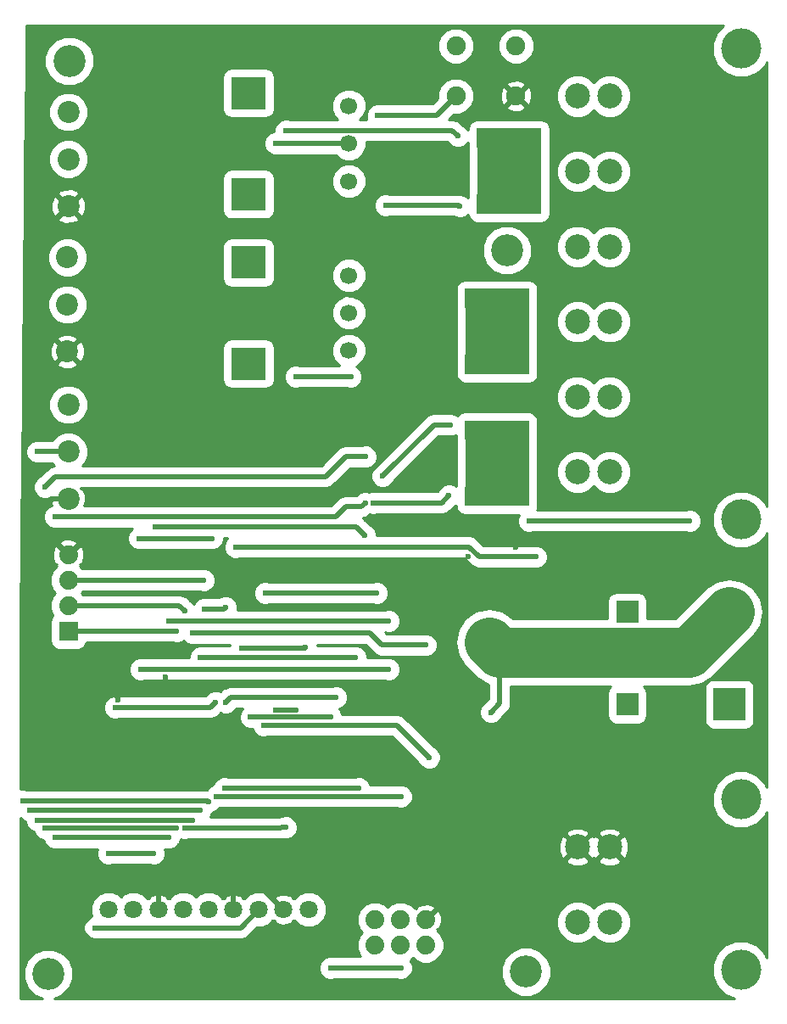
<source format=gbl>
G04 #@! TF.FileFunction,Copper,L2,Bot,Signal*
%FSLAX46Y46*%
G04 Gerber Fmt 4.6, Leading zero omitted, Abs format (unit mm)*
G04 Created by KiCad (PCBNEW 4.0.2+dfsg1-stable) date Tue 11 Jul 2017 10:21:47 PM MDT*
%MOMM*%
G01*
G04 APERTURE LIST*
%ADD10C,0.150000*%
%ADD11R,2.200000X2.200000*%
%ADD12R,3.200000X3.200000*%
%ADD13C,1.879600*%
%ADD14R,1.879600X1.879600*%
%ADD15C,2.500000*%
%ADD16C,4.000000*%
%ADD17C,1.800000*%
%ADD18R,3.400000X3.200000*%
%ADD19C,1.700000*%
%ADD20R,1.000000X1.000000*%
%ADD21R,1.000000X1.400000*%
%ADD22R,1.550000X4.700000*%
%ADD23R,3.300000X4.200000*%
%ADD24R,3.300000X0.600000*%
%ADD25C,3.200000*%
%ADD26C,1.900000*%
%ADD27C,2.200000*%
%ADD28C,0.600000*%
%ADD29C,0.500000*%
%ADD30C,0.250000*%
%ADD31C,5.000000*%
%ADD32C,0.254000*%
G04 APERTURE END LIST*
D10*
D11*
X111100000Y-105700000D03*
D12*
X121300000Y-105700000D03*
X121300000Y-96500000D03*
D11*
X111100000Y-96500000D03*
D13*
X85920000Y-129740000D03*
X85920000Y-127200000D03*
X88460000Y-129740000D03*
X88460000Y-127200000D03*
X91000000Y-129740000D03*
X91000000Y-127200000D03*
D14*
X55300000Y-98400000D03*
D13*
X55300000Y-95860000D03*
X55300000Y-93320000D03*
X55300000Y-90780000D03*
D15*
X109344000Y-127448000D03*
X109344000Y-119948000D03*
X106144000Y-127448000D03*
X106144000Y-119948000D03*
D16*
X122444000Y-115208000D03*
X122444000Y-132208000D03*
X122474000Y-40274000D03*
D15*
X106144000Y-45024000D03*
X106144000Y-52524000D03*
X106144000Y-60024000D03*
X106144000Y-67524000D03*
X106144000Y-75024000D03*
X106144000Y-82524000D03*
X109344000Y-82524000D03*
X109344000Y-75024000D03*
X109344000Y-67524000D03*
X109344000Y-60024000D03*
X109344000Y-52524000D03*
X109344000Y-45024000D03*
D16*
X122474000Y-87274000D03*
D17*
X79300000Y-126200000D03*
X76800000Y-126200000D03*
X59300000Y-126200000D03*
X61800000Y-126200000D03*
X74300000Y-126200000D03*
X64300000Y-126200000D03*
X66800000Y-126200000D03*
X71800000Y-126200000D03*
X69300000Y-126200000D03*
D18*
X73300000Y-71700000D03*
D19*
X83300000Y-66650000D03*
X83300000Y-62900000D03*
X83300000Y-70400000D03*
D18*
X73300000Y-61600000D03*
X73300000Y-54800000D03*
D19*
X83300000Y-49750000D03*
X83300000Y-46000000D03*
X83300000Y-53500000D03*
D18*
X73300000Y-44700000D03*
D20*
X102000000Y-53550000D03*
D21*
X102000000Y-52500000D03*
D20*
X102000000Y-49650000D03*
X102000000Y-51450000D03*
X102000000Y-54450000D03*
X102000000Y-50550000D03*
X102000000Y-55250000D03*
X102000000Y-48750000D03*
X101100000Y-48750000D03*
X99300000Y-48750000D03*
X100200000Y-48750000D03*
X97500000Y-48750000D03*
X96600000Y-48750000D03*
X98400000Y-48750000D03*
X102000000Y-56250000D03*
X100200000Y-56250000D03*
X96600000Y-56250000D03*
X98400000Y-56250000D03*
X99300000Y-56250000D03*
X97500000Y-56250000D03*
X101100000Y-56250000D03*
X101200000Y-53550000D03*
X101200000Y-51450000D03*
D21*
X101200000Y-52500000D03*
D20*
X101200000Y-50550000D03*
X99300000Y-49650000D03*
X98400000Y-49650000D03*
X97500000Y-49650000D03*
X101100000Y-49650000D03*
X96600000Y-55350000D03*
X97500000Y-55350000D03*
X98400000Y-55350000D03*
X99300000Y-55350000D03*
X100200000Y-55350000D03*
X101100000Y-55350000D03*
X101200000Y-54450000D03*
X96600000Y-49650000D03*
X100200000Y-49650000D03*
D22*
X99950000Y-52500000D03*
D23*
X97750000Y-52500000D03*
D24*
X97750000Y-50300000D03*
X97750000Y-54700000D03*
D20*
X100800000Y-69550000D03*
D21*
X100800000Y-68500000D03*
D20*
X100800000Y-65650000D03*
X100800000Y-67450000D03*
X100800000Y-70450000D03*
X100800000Y-66550000D03*
X100800000Y-71250000D03*
X100800000Y-64750000D03*
X99900000Y-64750000D03*
X98100000Y-64750000D03*
X99000000Y-64750000D03*
X96300000Y-64750000D03*
X95400000Y-64750000D03*
X97200000Y-64750000D03*
X100800000Y-72250000D03*
X99000000Y-72250000D03*
X95400000Y-72250000D03*
X97200000Y-72250000D03*
X98100000Y-72250000D03*
X96300000Y-72250000D03*
X99900000Y-72250000D03*
X100000000Y-69550000D03*
X100000000Y-67450000D03*
D21*
X100000000Y-68500000D03*
D20*
X100000000Y-66550000D03*
X98100000Y-65650000D03*
X97200000Y-65650000D03*
X96300000Y-65650000D03*
X99900000Y-65650000D03*
X95400000Y-71350000D03*
X96300000Y-71350000D03*
X97200000Y-71350000D03*
X98100000Y-71350000D03*
X99000000Y-71350000D03*
X99900000Y-71350000D03*
X100000000Y-70450000D03*
X95400000Y-65650000D03*
X99000000Y-65650000D03*
D22*
X98750000Y-68500000D03*
D23*
X96550000Y-68500000D03*
D24*
X96550000Y-66300000D03*
X96550000Y-70700000D03*
D20*
X100800000Y-82700000D03*
D21*
X100800000Y-81650000D03*
D20*
X100800000Y-78800000D03*
X100800000Y-80600000D03*
X100800000Y-83600000D03*
X100800000Y-79700000D03*
X100800000Y-84400000D03*
X100800000Y-77900000D03*
X99900000Y-77900000D03*
X98100000Y-77900000D03*
X99000000Y-77900000D03*
X96300000Y-77900000D03*
X95400000Y-77900000D03*
X97200000Y-77900000D03*
X100800000Y-85400000D03*
X99000000Y-85400000D03*
X95400000Y-85400000D03*
X97200000Y-85400000D03*
X98100000Y-85400000D03*
X96300000Y-85400000D03*
X99900000Y-85400000D03*
X100000000Y-82700000D03*
X100000000Y-80600000D03*
D21*
X100000000Y-81650000D03*
D20*
X100000000Y-79700000D03*
X98100000Y-78800000D03*
X97200000Y-78800000D03*
X96300000Y-78800000D03*
X99900000Y-78800000D03*
X95400000Y-84500000D03*
X96300000Y-84500000D03*
X97200000Y-84500000D03*
X98100000Y-84500000D03*
X99000000Y-84500000D03*
X99900000Y-84500000D03*
X100000000Y-83600000D03*
X95400000Y-78800000D03*
X99000000Y-78800000D03*
D22*
X98750000Y-81650000D03*
D23*
X96550000Y-81650000D03*
D24*
X96550000Y-79450000D03*
X96550000Y-83850000D03*
D25*
X55400000Y-41500000D03*
X99100000Y-60400000D03*
X53300000Y-132600000D03*
X101000000Y-132400000D03*
D26*
X100000000Y-40000000D03*
X100000000Y-45000000D03*
X94000000Y-45000000D03*
X94000000Y-40000000D03*
D27*
X55300000Y-56000000D03*
X55300000Y-46600000D03*
X55300000Y-51300000D03*
X55200000Y-70500000D03*
X55200000Y-61100000D03*
X55200000Y-65800000D03*
X55300000Y-85200000D03*
X55300000Y-75800000D03*
X55300000Y-80500000D03*
D28*
X71000000Y-104000000D03*
X95185002Y-91000000D03*
X101748000Y-108500000D03*
X79200000Y-77200000D03*
X100000000Y-90000000D03*
X60250000Y-105250000D03*
X65000000Y-103000000D03*
X84000000Y-101000000D03*
X68500000Y-101000000D03*
X86200000Y-46900000D03*
X68800000Y-93300000D03*
X91000000Y-99800000D03*
X67702340Y-98600000D03*
X83500000Y-73000000D03*
X78000000Y-73000000D03*
X78000000Y-106249990D03*
X76000000Y-106249990D03*
X71000000Y-96000000D03*
X68899991Y-96175002D03*
X91300000Y-111000000D03*
X74800000Y-107800000D03*
X97500000Y-106500000D03*
X117300000Y-87400000D03*
X101300000Y-87400000D03*
X97300000Y-99500000D03*
X64000000Y-88000000D03*
X84900000Y-88850000D03*
X87300000Y-102200000D03*
X62500000Y-102200000D03*
X59300000Y-120600000D03*
X63800000Y-120600000D03*
X65302040Y-119000000D03*
X54000000Y-119000000D03*
X54000000Y-87000000D03*
X84949999Y-85599998D03*
X66099997Y-118050010D03*
X52949991Y-118050010D03*
X52949991Y-118050010D03*
X53000000Y-84000000D03*
X85000000Y-81000000D03*
X66900000Y-118050010D03*
X77000000Y-118000000D03*
X77050001Y-48449999D03*
X94200000Y-49000000D03*
X67702340Y-117297660D03*
X52200000Y-117300000D03*
X52200000Y-80500000D03*
X51449990Y-116300000D03*
X68499900Y-116299900D03*
X69300000Y-115400000D03*
X50749989Y-115349989D03*
X88500000Y-114900000D03*
X70100000Y-114900000D03*
X84300000Y-114100000D03*
X70900000Y-114100000D03*
X73500000Y-107000000D03*
X81500000Y-107000000D03*
X81500000Y-132000000D03*
X88500000Y-132000000D03*
X82000000Y-105000000D03*
X71000000Y-105500000D03*
X76000000Y-49700000D03*
X75000000Y-94600000D03*
X86100000Y-94600000D03*
X79000000Y-100000000D03*
X72582464Y-100066894D03*
X72000000Y-90000000D03*
X102000000Y-91000000D03*
X58000000Y-128000000D03*
X59997018Y-106008948D03*
X70000000Y-105500000D03*
X62339999Y-89139999D03*
X69650001Y-89139999D03*
X66900000Y-96400000D03*
X66100000Y-98400000D03*
X87300000Y-97400000D03*
X65300000Y-97400000D03*
X86999989Y-55900000D03*
X94400000Y-56000000D03*
X93400000Y-77800000D03*
X86700000Y-82900000D03*
X93310356Y-84882698D03*
X85750000Y-85600000D03*
D29*
X55300000Y-85200000D02*
X53744366Y-85200000D01*
X53744366Y-85200000D02*
X53444366Y-85500000D01*
X55300000Y-90780000D02*
X56239799Y-89840201D01*
X56239799Y-89840201D02*
X56659799Y-89840201D01*
X64300000Y-126200000D02*
X64300000Y-123800000D01*
X71800000Y-124200000D02*
X74800000Y-124200000D01*
X74800000Y-124200000D02*
X76800000Y-126200000D01*
X71800000Y-126200000D02*
X71800000Y-124200000D01*
X65000000Y-103000000D02*
X65000000Y-103500000D01*
X60250000Y-105250000D02*
X60250000Y-104250000D01*
D30*
X100000000Y-90000000D02*
X100000000Y-89000000D01*
X60000000Y-105000000D02*
X60250000Y-105250000D01*
X65000000Y-103000000D02*
X65000000Y-104000000D01*
D29*
X86200000Y-46900000D02*
X92100000Y-46900000D01*
X92100000Y-46900000D02*
X94000000Y-45000000D01*
X68500000Y-101000000D02*
X84000000Y-101000000D01*
X68800000Y-93300000D02*
X55320000Y-93300000D01*
X55320000Y-93300000D02*
X55300000Y-93320000D01*
X85400000Y-98600000D02*
X86600000Y-99800000D01*
X86600000Y-99800000D02*
X91000000Y-99800000D01*
X67702340Y-98600000D02*
X85400000Y-98600000D01*
X78000000Y-73000000D02*
X83500000Y-73000000D01*
X76000000Y-106249990D02*
X78000000Y-106249990D01*
X68899991Y-96175002D02*
X70824998Y-96175002D01*
X70824998Y-96175002D02*
X71000000Y-96000000D01*
X74800000Y-107800000D02*
X88100000Y-107800000D01*
X88100000Y-107800000D02*
X91300000Y-111000000D01*
D31*
X98356001Y-100556001D02*
X117243999Y-100556001D01*
X117243999Y-100556001D02*
X121300000Y-96500000D01*
D29*
X97500000Y-106500000D02*
X98356001Y-105643999D01*
X98356001Y-105643999D02*
X98356001Y-100556001D01*
X101724264Y-87400000D02*
X117300000Y-87400000D01*
X101300000Y-87400000D02*
X101724264Y-87400000D01*
D31*
X97300000Y-99500000D02*
X98356001Y-100556001D01*
D29*
X84900000Y-88850000D02*
X84050000Y-88000000D01*
X84050000Y-88000000D02*
X64000000Y-88000000D01*
X62500000Y-102200000D02*
X87300000Y-102200000D01*
X63800000Y-120600000D02*
X59300000Y-120600000D01*
X54000000Y-119000000D02*
X65302040Y-119000000D01*
X83000000Y-86000000D02*
X82000000Y-87000000D01*
X82000000Y-87000000D02*
X54000000Y-87000000D01*
X84549997Y-86000000D02*
X83000000Y-86000000D01*
X84949999Y-85599998D02*
X84549997Y-86000000D01*
X53000000Y-84000000D02*
X54000000Y-83000000D01*
X54000000Y-83000000D02*
X81000000Y-83000000D01*
X81000000Y-83000000D02*
X83000000Y-81000000D01*
X83000000Y-81000000D02*
X85000000Y-81000000D01*
X52949991Y-118050010D02*
X66099997Y-118050010D01*
X77000000Y-118000000D02*
X76575736Y-118000000D01*
X76575736Y-118000000D02*
X76525726Y-118050010D01*
X76525726Y-118050010D02*
X66900000Y-118050010D01*
X94200000Y-49000000D02*
X93649999Y-48449999D01*
X93649999Y-48449999D02*
X77050001Y-48449999D01*
X52200000Y-117300000D02*
X67700000Y-117300000D01*
X67700000Y-117300000D02*
X67702340Y-117297660D01*
X55300000Y-80500000D02*
X52200000Y-80500000D01*
X51449990Y-116300000D02*
X68499800Y-116300000D01*
X68499800Y-116300000D02*
X68499900Y-116299900D01*
X50749989Y-115349989D02*
X69249989Y-115349989D01*
X69249989Y-115349989D02*
X69300000Y-115400000D01*
X70100000Y-114900000D02*
X88500000Y-114900000D01*
X70900000Y-114100000D02*
X84300000Y-114100000D01*
X81500000Y-107000000D02*
X73500000Y-107000000D01*
X88500000Y-132000000D02*
X81500000Y-132000000D01*
X71500000Y-105000000D02*
X82000000Y-105000000D01*
X71000000Y-105500000D02*
X71500000Y-105000000D01*
X83300000Y-49750000D02*
X76050000Y-49750000D01*
X76050000Y-49750000D02*
X76000000Y-49700000D01*
X86100000Y-94600000D02*
X75000000Y-94600000D01*
X72582464Y-100066894D02*
X78933106Y-100066894D01*
X78933106Y-100066894D02*
X79000000Y-100000000D01*
X102000000Y-91000000D02*
X96295004Y-91000000D01*
X96295004Y-91000000D02*
X95295004Y-90000000D01*
X95295004Y-90000000D02*
X72000000Y-90000000D01*
X58000000Y-128000000D02*
X72500000Y-128000000D01*
X72500000Y-128000000D02*
X74300000Y-126200000D01*
X60610001Y-106000001D02*
X60005965Y-106000001D01*
X60005965Y-106000001D02*
X59997018Y-106008948D01*
X70000000Y-105500000D02*
X69500000Y-106000000D01*
X69500000Y-106000000D02*
X60610001Y-106000001D01*
X69650001Y-89139999D02*
X62339999Y-89139999D01*
X66900000Y-96400000D02*
X66360000Y-95860000D01*
X66360000Y-95860000D02*
X55300000Y-95860000D01*
X66100000Y-98400000D02*
X55300000Y-98400000D01*
X65300000Y-97400000D02*
X87300000Y-97400000D01*
X101100000Y-48750000D02*
X101100000Y-49650000D01*
X96600000Y-49650000D02*
X96600000Y-51350000D01*
X96600000Y-51350000D02*
X97750000Y-52500000D01*
X101100000Y-49650000D02*
X96600000Y-49650000D01*
X101100000Y-55350000D02*
X101100000Y-49650000D01*
X96600000Y-55350000D02*
X101100000Y-55350000D01*
X96600000Y-56250000D02*
X96600000Y-55350000D01*
X102000000Y-56250000D02*
X96600000Y-56250000D01*
X102000000Y-48750000D02*
X102000000Y-56250000D01*
X96600000Y-48750000D02*
X102000000Y-48750000D01*
X98400000Y-55350000D02*
X98400000Y-53150000D01*
X98400000Y-53150000D02*
X97750000Y-52500000D01*
X97200000Y-65650000D02*
X97200000Y-67850000D01*
X97200000Y-67850000D02*
X96550000Y-68500000D01*
X96550000Y-81650000D02*
X96550000Y-79450000D01*
X96550000Y-79450000D02*
X97200000Y-78800000D01*
X86999989Y-55900000D02*
X94300000Y-55900000D01*
X94300000Y-55900000D02*
X94400000Y-56000000D01*
X86700000Y-82900000D02*
X91800000Y-77800000D01*
X91800000Y-77800000D02*
X93400000Y-77800000D01*
X92600000Y-85600000D02*
X93300000Y-84900000D01*
X85750000Y-85600000D02*
X92600000Y-85600000D01*
D32*
G36*
X120036420Y-38642182D02*
X119597500Y-39699219D01*
X119596501Y-40843760D01*
X120033576Y-41901561D01*
X120842182Y-42711580D01*
X121899219Y-43150500D01*
X123043760Y-43151499D01*
X124101561Y-42714424D01*
X124911580Y-41905818D01*
X125048000Y-41577282D01*
X125048000Y-85969717D01*
X124914424Y-85646439D01*
X124105818Y-84836420D01*
X123048781Y-84397500D01*
X121904240Y-84396501D01*
X120846439Y-84833576D01*
X120036420Y-85642182D01*
X119597500Y-86699219D01*
X119596501Y-87843760D01*
X120033576Y-88901561D01*
X120842182Y-89711580D01*
X121899219Y-90150500D01*
X123043760Y-90151499D01*
X124101561Y-89714424D01*
X124911580Y-88905818D01*
X125048000Y-88577282D01*
X125048000Y-113976323D01*
X124884424Y-113580439D01*
X124075818Y-112770420D01*
X123018781Y-112331500D01*
X121874240Y-112330501D01*
X120816439Y-112767576D01*
X120006420Y-113576182D01*
X119567500Y-114633219D01*
X119566501Y-115777760D01*
X120003576Y-116835561D01*
X120812182Y-117645580D01*
X121869219Y-118084500D01*
X123013760Y-118085499D01*
X124071561Y-117648424D01*
X124881580Y-116839818D01*
X125048000Y-116439034D01*
X125048000Y-130976323D01*
X124884424Y-130580439D01*
X124075818Y-129770420D01*
X123018781Y-129331500D01*
X121874240Y-129330501D01*
X120816439Y-129767576D01*
X120006420Y-130576182D01*
X119567500Y-131633219D01*
X119566501Y-132777760D01*
X120003576Y-133835561D01*
X120812182Y-134645580D01*
X121781317Y-135048000D01*
X53861768Y-135048000D01*
X54701275Y-134701123D01*
X55398674Y-134004940D01*
X55776569Y-133094867D01*
X55777321Y-132233093D01*
X80322796Y-132233093D01*
X80501606Y-132665846D01*
X80832412Y-132997230D01*
X81264853Y-133176795D01*
X81733093Y-133177204D01*
X81854596Y-133127000D01*
X88144933Y-133127000D01*
X88264853Y-133176795D01*
X88733093Y-133177204D01*
X89165846Y-132998394D01*
X89273884Y-132890544D01*
X98522571Y-132890544D01*
X98898877Y-133801275D01*
X99595060Y-134498674D01*
X100505133Y-134876569D01*
X101490544Y-134877429D01*
X102401275Y-134501123D01*
X103098674Y-133804940D01*
X103476569Y-132894867D01*
X103477429Y-131909456D01*
X103101123Y-130998725D01*
X102404940Y-130301326D01*
X101494867Y-129923431D01*
X100509456Y-129922571D01*
X99598725Y-130298877D01*
X98901326Y-130995060D01*
X98523431Y-131905133D01*
X98522571Y-132890544D01*
X89273884Y-132890544D01*
X89497230Y-132667588D01*
X89676795Y-132235147D01*
X89677204Y-131766907D01*
X89498394Y-131334154D01*
X89457806Y-131293495D01*
X89487790Y-131281106D01*
X89729974Y-131039344D01*
X89969522Y-131279310D01*
X90637031Y-131556484D01*
X91359798Y-131557114D01*
X92027790Y-131281106D01*
X92539310Y-130770478D01*
X92816484Y-130102969D01*
X92817114Y-129380202D01*
X92541106Y-128712210D01*
X92148399Y-128318817D01*
X92223412Y-128243804D01*
X92108970Y-128129362D01*
X92369580Y-128038077D01*
X92431748Y-127869230D01*
X104016632Y-127869230D01*
X104339766Y-128651274D01*
X104937578Y-129250131D01*
X105719057Y-129574630D01*
X106565230Y-129575368D01*
X107347274Y-129252234D01*
X107744168Y-128856033D01*
X108137578Y-129250131D01*
X108919057Y-129574630D01*
X109765230Y-129575368D01*
X110547274Y-129252234D01*
X111146131Y-128654422D01*
X111470630Y-127872943D01*
X111471368Y-127026770D01*
X111148234Y-126244726D01*
X110550422Y-125645869D01*
X109768943Y-125321370D01*
X108922770Y-125320632D01*
X108140726Y-125643766D01*
X107743832Y-126039967D01*
X107350422Y-125645869D01*
X106568943Y-125321370D01*
X105722770Y-125320632D01*
X104940726Y-125643766D01*
X104341869Y-126241578D01*
X104017370Y-127023057D01*
X104016632Y-127869230D01*
X92431748Y-127869230D01*
X92586045Y-127450167D01*
X92561049Y-126824172D01*
X92369580Y-126361923D01*
X92108968Y-126270637D01*
X91179605Y-127200000D01*
X91193748Y-127214143D01*
X91014143Y-127393748D01*
X91000000Y-127379605D01*
X90985858Y-127393748D01*
X90806253Y-127214143D01*
X90820395Y-127200000D01*
X90806253Y-127185858D01*
X90985858Y-127006253D01*
X91000000Y-127020395D01*
X91929363Y-126091032D01*
X91838077Y-125830420D01*
X91250167Y-125613955D01*
X90624172Y-125638951D01*
X90161923Y-125830420D01*
X90070638Y-126091030D01*
X89956196Y-125976588D01*
X89880945Y-126051839D01*
X89490478Y-125660690D01*
X88822969Y-125383516D01*
X88100202Y-125382886D01*
X87432210Y-125658894D01*
X87190026Y-125900656D01*
X86950478Y-125660690D01*
X86282969Y-125383516D01*
X85560202Y-125382886D01*
X84892210Y-125658894D01*
X84380690Y-126169522D01*
X84103516Y-126837031D01*
X84102886Y-127559798D01*
X84378894Y-128227790D01*
X84620656Y-128469974D01*
X84380690Y-128709522D01*
X84103516Y-129377031D01*
X84102886Y-130099798D01*
X84378894Y-130767790D01*
X84483921Y-130873000D01*
X81855067Y-130873000D01*
X81735147Y-130823205D01*
X81266907Y-130822796D01*
X80834154Y-131001606D01*
X80502770Y-131332412D01*
X80323205Y-131764853D01*
X80322796Y-132233093D01*
X55777321Y-132233093D01*
X55777429Y-132109456D01*
X55401123Y-131198725D01*
X54704940Y-130501326D01*
X53794867Y-130123431D01*
X52809456Y-130122571D01*
X51898725Y-130498877D01*
X51201326Y-131195060D01*
X50823431Y-132105133D01*
X50822571Y-133090544D01*
X51198877Y-134001275D01*
X51895060Y-134698674D01*
X52736331Y-135048000D01*
X50482000Y-135048000D01*
X50482000Y-128233093D01*
X56822796Y-128233093D01*
X57001606Y-128665846D01*
X57332412Y-128997230D01*
X57764853Y-129176795D01*
X58233093Y-129177204D01*
X58354596Y-129127000D01*
X72500000Y-129127000D01*
X72931284Y-129041212D01*
X73296909Y-128796909D01*
X74116978Y-127976840D01*
X74651916Y-127977307D01*
X75305274Y-127707345D01*
X75701741Y-127311569D01*
X75784890Y-127394718D01*
X75899447Y-127280161D01*
X75985852Y-127536643D01*
X76559336Y-127746458D01*
X77169460Y-127720839D01*
X77614148Y-127536643D01*
X77700553Y-127280161D01*
X77815110Y-127394718D01*
X77898512Y-127311316D01*
X78292096Y-127705588D01*
X78944982Y-127976690D01*
X79651916Y-127977307D01*
X80305274Y-127707345D01*
X80805588Y-127207904D01*
X81076690Y-126555018D01*
X81077307Y-125848084D01*
X80807345Y-125194726D01*
X80307904Y-124694412D01*
X79655018Y-124423310D01*
X78948084Y-124422693D01*
X78294726Y-124692655D01*
X77898259Y-125088431D01*
X77815110Y-125005282D01*
X77700553Y-125119839D01*
X77614148Y-124863357D01*
X77040664Y-124653542D01*
X76430540Y-124679161D01*
X75985852Y-124863357D01*
X75899447Y-125119839D01*
X75784890Y-125005282D01*
X75701488Y-125088684D01*
X75307904Y-124694412D01*
X74655018Y-124423310D01*
X73948084Y-124422693D01*
X73294726Y-124692655D01*
X72898259Y-125088431D01*
X72815110Y-125005282D01*
X72700553Y-125119839D01*
X72614148Y-124863357D01*
X72040664Y-124653542D01*
X71430540Y-124679161D01*
X70985852Y-124863357D01*
X70899447Y-125119839D01*
X70784890Y-125005282D01*
X70701488Y-125088684D01*
X70307904Y-124694412D01*
X69655018Y-124423310D01*
X68948084Y-124422693D01*
X68294726Y-124692655D01*
X68050011Y-124936943D01*
X67807904Y-124694412D01*
X67155018Y-124423310D01*
X66448084Y-124422693D01*
X65794726Y-124692655D01*
X65398259Y-125088431D01*
X65315110Y-125005282D01*
X65200553Y-125119839D01*
X65114148Y-124863357D01*
X64540664Y-124653542D01*
X63930540Y-124679161D01*
X63485852Y-124863357D01*
X63399447Y-125119839D01*
X63284890Y-125005282D01*
X63201488Y-125088684D01*
X62807904Y-124694412D01*
X62155018Y-124423310D01*
X61448084Y-124422693D01*
X60794726Y-124692655D01*
X60550011Y-124936943D01*
X60307904Y-124694412D01*
X59655018Y-124423310D01*
X58948084Y-124422693D01*
X58294726Y-124692655D01*
X57794412Y-125192096D01*
X57523310Y-125844982D01*
X57522693Y-126551916D01*
X57653910Y-126869485D01*
X57334154Y-127001606D01*
X57002770Y-127332412D01*
X56823205Y-127764853D01*
X56822796Y-128233093D01*
X50482000Y-128233093D01*
X50482000Y-116996303D01*
X50782402Y-117297230D01*
X51022915Y-117397100D01*
X51022796Y-117533093D01*
X51201606Y-117965846D01*
X51532412Y-118297230D01*
X51829616Y-118420640D01*
X51951597Y-118715856D01*
X52282403Y-119047240D01*
X52714844Y-119226805D01*
X52822801Y-119226899D01*
X52822796Y-119233093D01*
X53001606Y-119665846D01*
X53332412Y-119997230D01*
X53764853Y-120176795D01*
X54233093Y-120177204D01*
X54354596Y-120127000D01*
X58221970Y-120127000D01*
X58123205Y-120364853D01*
X58122796Y-120833093D01*
X58301606Y-121265846D01*
X58632412Y-121597230D01*
X59064853Y-121776795D01*
X59533093Y-121777204D01*
X59654596Y-121727000D01*
X63444933Y-121727000D01*
X63564853Y-121776795D01*
X64033093Y-121777204D01*
X64465846Y-121598394D01*
X64783474Y-121281320D01*
X104990285Y-121281320D01*
X105119533Y-121574123D01*
X105819806Y-121842388D01*
X106569435Y-121822250D01*
X107168467Y-121574123D01*
X107297715Y-121281320D01*
X108190285Y-121281320D01*
X108319533Y-121574123D01*
X109019806Y-121842388D01*
X109769435Y-121822250D01*
X110368467Y-121574123D01*
X110497715Y-121281320D01*
X109344000Y-120127605D01*
X108190285Y-121281320D01*
X107297715Y-121281320D01*
X106144000Y-120127605D01*
X104990285Y-121281320D01*
X64783474Y-121281320D01*
X64797230Y-121267588D01*
X64976795Y-120835147D01*
X64977204Y-120366907D01*
X64878076Y-120127000D01*
X64946973Y-120127000D01*
X65066893Y-120176795D01*
X65535133Y-120177204D01*
X65967886Y-119998394D01*
X66299270Y-119667588D01*
X66317449Y-119623806D01*
X104249612Y-119623806D01*
X104269750Y-120373435D01*
X104517877Y-120972467D01*
X104810680Y-121101715D01*
X105964395Y-119948000D01*
X106323605Y-119948000D01*
X107477320Y-121101715D01*
X107744000Y-120983998D01*
X108010680Y-121101715D01*
X109164395Y-119948000D01*
X109523605Y-119948000D01*
X110677320Y-121101715D01*
X110970123Y-120972467D01*
X111238388Y-120272194D01*
X111218250Y-119522565D01*
X110970123Y-118923533D01*
X110677320Y-118794285D01*
X109523605Y-119948000D01*
X109164395Y-119948000D01*
X108010680Y-118794285D01*
X107744000Y-118912002D01*
X107477320Y-118794285D01*
X106323605Y-119948000D01*
X105964395Y-119948000D01*
X104810680Y-118794285D01*
X104517877Y-118923533D01*
X104249612Y-119623806D01*
X66317449Y-119623806D01*
X66478835Y-119235147D01*
X66478895Y-119166969D01*
X66499874Y-119158300D01*
X66664853Y-119226805D01*
X67133093Y-119227214D01*
X67254596Y-119177010D01*
X76525726Y-119177010D01*
X76687754Y-119144781D01*
X76764853Y-119176795D01*
X77233093Y-119177204D01*
X77665846Y-118998394D01*
X77997230Y-118667588D01*
X78019199Y-118614680D01*
X104990285Y-118614680D01*
X106144000Y-119768395D01*
X107297715Y-118614680D01*
X108190285Y-118614680D01*
X109344000Y-119768395D01*
X110497715Y-118614680D01*
X110368467Y-118321877D01*
X109668194Y-118053612D01*
X108918565Y-118073750D01*
X108319533Y-118321877D01*
X108190285Y-118614680D01*
X107297715Y-118614680D01*
X107168467Y-118321877D01*
X106468194Y-118053612D01*
X105718565Y-118073750D01*
X105119533Y-118321877D01*
X104990285Y-118614680D01*
X78019199Y-118614680D01*
X78176795Y-118235147D01*
X78177204Y-117766907D01*
X77998394Y-117334154D01*
X77667588Y-117002770D01*
X77235147Y-116823205D01*
X76766907Y-116822796D01*
X76645404Y-116873000D01*
X76575736Y-116873000D01*
X76324320Y-116923010D01*
X69515599Y-116923010D01*
X69676695Y-116535047D01*
X69676710Y-116517863D01*
X69965846Y-116398394D01*
X70287637Y-116077164D01*
X70333093Y-116077204D01*
X70454596Y-116027000D01*
X88144933Y-116027000D01*
X88264853Y-116076795D01*
X88733093Y-116077204D01*
X89165846Y-115898394D01*
X89497230Y-115567588D01*
X89676795Y-115135147D01*
X89677204Y-114666907D01*
X89498394Y-114234154D01*
X89167588Y-113902770D01*
X88735147Y-113723205D01*
X88266907Y-113722796D01*
X88145404Y-113773000D01*
X85438402Y-113773000D01*
X85298394Y-113434154D01*
X84967588Y-113102770D01*
X84535147Y-112923205D01*
X84066907Y-112922796D01*
X83945404Y-112973000D01*
X71255067Y-112973000D01*
X71135147Y-112923205D01*
X70666907Y-112922796D01*
X70234154Y-113101606D01*
X69902770Y-113432412D01*
X69764647Y-113765049D01*
X69434154Y-113901606D01*
X69112363Y-114222836D01*
X69066907Y-114222796D01*
X69066440Y-114222989D01*
X51105056Y-114222989D01*
X50985136Y-114173194D01*
X50516896Y-114172785D01*
X50482000Y-114187204D01*
X50482000Y-106242041D01*
X58819814Y-106242041D01*
X58998624Y-106674794D01*
X59329430Y-107006178D01*
X59761871Y-107185743D01*
X60230111Y-107186152D01*
X60373267Y-107127001D01*
X60610001Y-107127001D01*
X69500000Y-107127000D01*
X69931284Y-107041212D01*
X70296909Y-106796909D01*
X70519078Y-106574740D01*
X70764853Y-106676795D01*
X71233093Y-106677204D01*
X71665846Y-106498394D01*
X71997230Y-106167588D01*
X72014084Y-106127000D01*
X72708541Y-106127000D01*
X72502770Y-106332412D01*
X72323205Y-106764853D01*
X72322796Y-107233093D01*
X72501606Y-107665846D01*
X72832412Y-107997230D01*
X73264853Y-108176795D01*
X73682323Y-108177160D01*
X73801606Y-108465846D01*
X74132412Y-108797230D01*
X74564853Y-108976795D01*
X75033093Y-108977204D01*
X75154596Y-108927000D01*
X87633182Y-108927000D01*
X90252020Y-111545839D01*
X90301606Y-111665846D01*
X90632412Y-111997230D01*
X91064853Y-112176795D01*
X91533093Y-112177204D01*
X91965846Y-111998394D01*
X92297230Y-111667588D01*
X92476795Y-111235147D01*
X92477204Y-110766907D01*
X92298394Y-110334154D01*
X91967588Y-110002770D01*
X91846173Y-109952354D01*
X88896909Y-107003091D01*
X88531284Y-106758788D01*
X88100000Y-106673000D01*
X82638402Y-106673000D01*
X82498394Y-106334154D01*
X82309997Y-106145428D01*
X82665846Y-105998394D01*
X82997230Y-105667588D01*
X83176795Y-105235147D01*
X83177204Y-104766907D01*
X82998394Y-104334154D01*
X82667588Y-104002770D01*
X82235147Y-103823205D01*
X81766907Y-103822796D01*
X81645404Y-103873000D01*
X71500000Y-103873000D01*
X71068716Y-103958788D01*
X70703091Y-104203091D01*
X70480922Y-104425260D01*
X70235147Y-104323205D01*
X69766907Y-104322796D01*
X69334154Y-104501606D01*
X69002770Y-104832412D01*
X68985916Y-104873000D01*
X60610001Y-104873001D01*
X60330538Y-104873001D01*
X60232165Y-104832153D01*
X59763925Y-104831744D01*
X59331172Y-105010554D01*
X58999788Y-105341360D01*
X58820223Y-105773801D01*
X58819814Y-106242041D01*
X50482000Y-106242041D01*
X50482000Y-100855698D01*
X50516297Y-97460200D01*
X53466019Y-97460200D01*
X53466019Y-99339800D01*
X53527171Y-99664797D01*
X53719244Y-99963286D01*
X54012314Y-100163532D01*
X54360200Y-100233981D01*
X56239800Y-100233981D01*
X56564797Y-100172829D01*
X56863286Y-99980756D01*
X57063532Y-99687686D01*
X57096072Y-99527000D01*
X65744933Y-99527000D01*
X65864853Y-99576795D01*
X66333093Y-99577204D01*
X66765846Y-99398394D01*
X66801116Y-99363186D01*
X67034752Y-99597230D01*
X67467193Y-99776795D01*
X67935433Y-99777204D01*
X68056936Y-99727000D01*
X71449164Y-99727000D01*
X71405669Y-99831747D01*
X71405633Y-99873000D01*
X68855067Y-99873000D01*
X68735147Y-99823205D01*
X68266907Y-99822796D01*
X67834154Y-100001606D01*
X67502770Y-100332412D01*
X67323205Y-100764853D01*
X67322936Y-101073000D01*
X62855067Y-101073000D01*
X62735147Y-101023205D01*
X62266907Y-101022796D01*
X61834154Y-101201606D01*
X61502770Y-101532412D01*
X61323205Y-101964853D01*
X61322796Y-102433093D01*
X61501606Y-102865846D01*
X61832412Y-103197230D01*
X62264853Y-103376795D01*
X62733093Y-103377204D01*
X62854596Y-103327000D01*
X86944933Y-103327000D01*
X87064853Y-103376795D01*
X87533093Y-103377204D01*
X87965846Y-103198394D01*
X88297230Y-102867588D01*
X88476795Y-102435147D01*
X88477204Y-101966907D01*
X88298394Y-101534154D01*
X87967588Y-101202770D01*
X87535147Y-101023205D01*
X87066907Y-101022796D01*
X86945404Y-101073000D01*
X85176937Y-101073000D01*
X85177204Y-100766907D01*
X84998394Y-100334154D01*
X84667588Y-100002770D01*
X84235147Y-99823205D01*
X83766907Y-99822796D01*
X83645404Y-99873000D01*
X80177111Y-99873000D01*
X80177204Y-99766907D01*
X80160715Y-99727000D01*
X84933182Y-99727000D01*
X85803090Y-100596909D01*
X86095547Y-100792322D01*
X86168716Y-100841212D01*
X86600000Y-100927000D01*
X90644933Y-100927000D01*
X90764853Y-100976795D01*
X91233093Y-100977204D01*
X91665846Y-100798394D01*
X91997230Y-100467588D01*
X92176795Y-100035147D01*
X92177204Y-99566907D01*
X92149559Y-99500000D01*
X93922999Y-99500000D01*
X94180059Y-100792322D01*
X94912100Y-101887900D01*
X95968101Y-102943901D01*
X97063679Y-103675942D01*
X97229001Y-103708827D01*
X97229001Y-105177180D01*
X96954162Y-105452020D01*
X96834154Y-105501606D01*
X96502770Y-105832412D01*
X96323205Y-106264853D01*
X96322796Y-106733093D01*
X96501606Y-107165846D01*
X96832412Y-107497230D01*
X97264853Y-107676795D01*
X97733093Y-107677204D01*
X98165846Y-107498394D01*
X98497230Y-107167588D01*
X98547646Y-107046172D01*
X99152910Y-106440909D01*
X99397213Y-106075283D01*
X99411868Y-106001606D01*
X99483001Y-105643999D01*
X99483001Y-103933001D01*
X109416986Y-103933001D01*
X109376514Y-103959044D01*
X109176268Y-104252114D01*
X109105819Y-104600000D01*
X109105819Y-106800000D01*
X109166971Y-107124997D01*
X109359044Y-107423486D01*
X109652114Y-107623732D01*
X110000000Y-107694181D01*
X112200000Y-107694181D01*
X112524997Y-107633029D01*
X112823486Y-107440956D01*
X113023732Y-107147886D01*
X113094181Y-106800000D01*
X113094181Y-104600000D01*
X113033029Y-104275003D01*
X112920418Y-104100000D01*
X118805819Y-104100000D01*
X118805819Y-107300000D01*
X118866971Y-107624997D01*
X119059044Y-107923486D01*
X119352114Y-108123732D01*
X119700000Y-108194181D01*
X122900000Y-108194181D01*
X123224997Y-108133029D01*
X123523486Y-107940956D01*
X123723732Y-107647886D01*
X123794181Y-107300000D01*
X123794181Y-104100000D01*
X123733029Y-103775003D01*
X123540956Y-103476514D01*
X123247886Y-103276268D01*
X122900000Y-103205819D01*
X119700000Y-103205819D01*
X119375003Y-103266971D01*
X119076514Y-103459044D01*
X118876268Y-103752114D01*
X118805819Y-104100000D01*
X112920418Y-104100000D01*
X112840956Y-103976514D01*
X112777273Y-103933001D01*
X117243994Y-103933001D01*
X117243999Y-103933002D01*
X118536321Y-103675942D01*
X119631899Y-102943901D01*
X123687900Y-98887899D01*
X124419941Y-97792322D01*
X124677001Y-96500000D01*
X124419941Y-95207678D01*
X123687900Y-94112100D01*
X122592322Y-93380059D01*
X121300000Y-93122999D01*
X120007678Y-93380059D01*
X118912101Y-94112100D01*
X115845199Y-97179001D01*
X113094181Y-97179001D01*
X113094181Y-95400000D01*
X113033029Y-95075003D01*
X112840956Y-94776514D01*
X112547886Y-94576268D01*
X112200000Y-94505819D01*
X110000000Y-94505819D01*
X109675003Y-94566971D01*
X109376514Y-94759044D01*
X109176268Y-95052114D01*
X109105819Y-95400000D01*
X109105819Y-97179001D01*
X99754801Y-97179001D01*
X99687900Y-97112100D01*
X98592322Y-96380059D01*
X97300000Y-96122999D01*
X96007678Y-96380059D01*
X94912100Y-97112100D01*
X94180059Y-98207678D01*
X93922999Y-99500000D01*
X92149559Y-99500000D01*
X91998394Y-99134154D01*
X91667588Y-98802770D01*
X91235147Y-98623205D01*
X90766907Y-98622796D01*
X90645404Y-98673000D01*
X87066819Y-98673000D01*
X86920819Y-98527000D01*
X86944933Y-98527000D01*
X87064853Y-98576795D01*
X87533093Y-98577204D01*
X87965846Y-98398394D01*
X88297230Y-98067588D01*
X88476795Y-97635147D01*
X88477204Y-97166907D01*
X88298394Y-96734154D01*
X87967588Y-96402770D01*
X87535147Y-96223205D01*
X87066907Y-96222796D01*
X86945404Y-96273000D01*
X72161077Y-96273000D01*
X72176795Y-96235147D01*
X72177204Y-95766907D01*
X71998394Y-95334154D01*
X71667588Y-95002770D01*
X71258960Y-94833093D01*
X73822796Y-94833093D01*
X74001606Y-95265846D01*
X74332412Y-95597230D01*
X74764853Y-95776795D01*
X75233093Y-95777204D01*
X75354596Y-95727000D01*
X85744933Y-95727000D01*
X85864853Y-95776795D01*
X86333093Y-95777204D01*
X86765846Y-95598394D01*
X87097230Y-95267588D01*
X87276795Y-94835147D01*
X87277204Y-94366907D01*
X87098394Y-93934154D01*
X86767588Y-93602770D01*
X86335147Y-93423205D01*
X85866907Y-93422796D01*
X85745404Y-93473000D01*
X75355067Y-93473000D01*
X75235147Y-93423205D01*
X74766907Y-93422796D01*
X74334154Y-93601606D01*
X74002770Y-93932412D01*
X73823205Y-94364853D01*
X73822796Y-94833093D01*
X71258960Y-94833093D01*
X71235147Y-94823205D01*
X70766907Y-94822796D01*
X70334154Y-95001606D01*
X70287677Y-95048002D01*
X69255058Y-95048002D01*
X69135138Y-94998207D01*
X68666898Y-94997798D01*
X68234145Y-95176608D01*
X67902761Y-95507414D01*
X67834986Y-95670635D01*
X67567588Y-95402770D01*
X67446172Y-95352354D01*
X67156909Y-95063091D01*
X66791284Y-94818788D01*
X66360000Y-94733000D01*
X56742069Y-94733000D01*
X56599344Y-94590026D01*
X56762654Y-94427000D01*
X68444933Y-94427000D01*
X68564853Y-94476795D01*
X69033093Y-94477204D01*
X69465846Y-94298394D01*
X69797230Y-93967588D01*
X69976795Y-93535147D01*
X69977204Y-93066907D01*
X69798394Y-92634154D01*
X69467588Y-92302770D01*
X69035147Y-92123205D01*
X68566907Y-92122796D01*
X68445404Y-92173000D01*
X56722104Y-92173000D01*
X56448399Y-91898817D01*
X56523412Y-91823804D01*
X56408970Y-91709362D01*
X56669580Y-91618077D01*
X56886045Y-91030167D01*
X56861049Y-90404172D01*
X56669580Y-89941923D01*
X56408968Y-89850637D01*
X55479605Y-90780000D01*
X55493748Y-90794143D01*
X55314143Y-90973748D01*
X55300000Y-90959605D01*
X55285858Y-90973748D01*
X55106253Y-90794143D01*
X55120395Y-90780000D01*
X54191032Y-89850637D01*
X53930420Y-89941923D01*
X53713955Y-90529833D01*
X53738951Y-91155828D01*
X53930420Y-91618077D01*
X54191030Y-91709362D01*
X54076588Y-91823804D01*
X54151839Y-91899055D01*
X53760690Y-92289522D01*
X53483516Y-92957031D01*
X53482886Y-93679798D01*
X53758894Y-94347790D01*
X54000656Y-94589974D01*
X53760690Y-94829522D01*
X53483516Y-95497031D01*
X53482886Y-96219798D01*
X53732886Y-96824846D01*
X53536468Y-97112314D01*
X53466019Y-97460200D01*
X50516297Y-97460200D01*
X50594975Y-89671032D01*
X54370637Y-89671032D01*
X55300000Y-90600395D01*
X56229363Y-89671032D01*
X56138077Y-89410420D01*
X55550167Y-89193955D01*
X54924172Y-89218951D01*
X54461923Y-89410420D01*
X54370637Y-89671032D01*
X50594975Y-89671032D01*
X50685258Y-80733093D01*
X51022796Y-80733093D01*
X51201606Y-81165846D01*
X51532412Y-81497230D01*
X51964853Y-81676795D01*
X52433093Y-81677204D01*
X52554596Y-81627000D01*
X53631570Y-81627000D01*
X53897495Y-81893390D01*
X53568716Y-81958788D01*
X53203091Y-82203090D01*
X52454162Y-82952020D01*
X52334154Y-83001606D01*
X52002770Y-83332412D01*
X51823205Y-83764853D01*
X51822796Y-84233093D01*
X52001606Y-84665846D01*
X52332412Y-84997230D01*
X52764853Y-85176795D01*
X53233093Y-85177204D01*
X53558946Y-85042564D01*
X53577164Y-85601453D01*
X53683178Y-85857392D01*
X53334154Y-86001606D01*
X53002770Y-86332412D01*
X52823205Y-86764853D01*
X52822796Y-87233093D01*
X53001606Y-87665846D01*
X53332412Y-87997230D01*
X53764853Y-88176795D01*
X54233093Y-88177204D01*
X54354596Y-88127000D01*
X61709500Y-88127000D01*
X61674153Y-88141605D01*
X61342769Y-88472411D01*
X61163204Y-88904852D01*
X61162795Y-89373092D01*
X61341605Y-89805845D01*
X61672411Y-90137229D01*
X62104852Y-90316794D01*
X62573092Y-90317203D01*
X62694595Y-90266999D01*
X69294934Y-90266999D01*
X69414854Y-90316794D01*
X69883094Y-90317203D01*
X70315847Y-90138393D01*
X70647231Y-89807587D01*
X70826796Y-89375146D01*
X70827013Y-89127000D01*
X71208541Y-89127000D01*
X71002770Y-89332412D01*
X70823205Y-89764853D01*
X70822796Y-90233093D01*
X71001606Y-90665846D01*
X71332412Y-90997230D01*
X71764853Y-91176795D01*
X72233093Y-91177204D01*
X72354596Y-91127000D01*
X94828186Y-91127000D01*
X95498095Y-91796910D01*
X95797896Y-91997230D01*
X95863720Y-92041212D01*
X96295004Y-92127000D01*
X101644933Y-92127000D01*
X101764853Y-92176795D01*
X102233093Y-92177204D01*
X102665846Y-91998394D01*
X102997230Y-91667588D01*
X103176795Y-91235147D01*
X103177204Y-90766907D01*
X102998394Y-90334154D01*
X102667588Y-90002770D01*
X102235147Y-89823205D01*
X101766907Y-89822796D01*
X101645404Y-89873000D01*
X96761823Y-89873000D01*
X96091913Y-89203091D01*
X95726288Y-88958788D01*
X95295004Y-88873000D01*
X86076980Y-88873000D01*
X86077204Y-88616907D01*
X85898394Y-88184154D01*
X85567588Y-87852770D01*
X85446173Y-87802354D01*
X84846909Y-87203091D01*
X84691042Y-87098944D01*
X84981281Y-87041212D01*
X85346906Y-86796909D01*
X85410395Y-86733420D01*
X85514853Y-86776795D01*
X85983093Y-86777204D01*
X86104596Y-86727000D01*
X92600000Y-86727000D01*
X93031284Y-86641212D01*
X93396909Y-86396909D01*
X93396910Y-86396908D01*
X93868032Y-85925787D01*
X93976202Y-85881092D01*
X94005819Y-85851527D01*
X94005819Y-85900000D01*
X94066971Y-86224997D01*
X94259044Y-86523486D01*
X94552114Y-86723732D01*
X94900000Y-86794181D01*
X100277121Y-86794181D01*
X100123205Y-87164853D01*
X100122796Y-87633093D01*
X100301606Y-88065846D01*
X100632412Y-88397230D01*
X101064853Y-88576795D01*
X101533093Y-88577204D01*
X101654596Y-88527000D01*
X116944933Y-88527000D01*
X117064853Y-88576795D01*
X117533093Y-88577204D01*
X117965846Y-88398394D01*
X118297230Y-88067588D01*
X118476795Y-87635147D01*
X118477204Y-87166907D01*
X118298394Y-86734154D01*
X117967588Y-86402770D01*
X117535147Y-86223205D01*
X117066907Y-86222796D01*
X116945404Y-86273000D01*
X102106572Y-86273000D01*
X102123732Y-86247886D01*
X102194181Y-85900000D01*
X102194181Y-82945230D01*
X104016632Y-82945230D01*
X104339766Y-83727274D01*
X104937578Y-84326131D01*
X105719057Y-84650630D01*
X106565230Y-84651368D01*
X107347274Y-84328234D01*
X107744168Y-83932033D01*
X108137578Y-84326131D01*
X108919057Y-84650630D01*
X109765230Y-84651368D01*
X110547274Y-84328234D01*
X111146131Y-83730422D01*
X111470630Y-82948943D01*
X111471368Y-82102770D01*
X111148234Y-81320726D01*
X110550422Y-80721869D01*
X109768943Y-80397370D01*
X108922770Y-80396632D01*
X108140726Y-80719766D01*
X107743832Y-81115967D01*
X107350422Y-80721869D01*
X106568943Y-80397370D01*
X105722770Y-80396632D01*
X104940726Y-80719766D01*
X104341869Y-81317578D01*
X104017370Y-82099057D01*
X104016632Y-82945230D01*
X102194181Y-82945230D01*
X102194181Y-77400000D01*
X102133029Y-77075003D01*
X101940956Y-76776514D01*
X101647886Y-76576268D01*
X101300000Y-76505819D01*
X94900000Y-76505819D01*
X94575003Y-76566971D01*
X94276514Y-76759044D01*
X94173883Y-76909250D01*
X94067588Y-76802770D01*
X93635147Y-76623205D01*
X93166907Y-76622796D01*
X93045404Y-76673000D01*
X91800000Y-76673000D01*
X91368716Y-76758788D01*
X91003091Y-77003091D01*
X86154163Y-81852019D01*
X86034154Y-81901606D01*
X85702770Y-82232412D01*
X85523205Y-82664853D01*
X85522796Y-83133093D01*
X85701606Y-83565846D01*
X86032412Y-83897230D01*
X86464853Y-84076795D01*
X86933093Y-84077204D01*
X87365846Y-83898394D01*
X87697230Y-83567588D01*
X87747646Y-83446172D01*
X92266818Y-78927000D01*
X93044933Y-78927000D01*
X93164853Y-78976795D01*
X93633093Y-78977204D01*
X94005819Y-78823197D01*
X94005819Y-83913392D01*
X93977944Y-83885468D01*
X93545503Y-83705903D01*
X93077263Y-83705494D01*
X92644510Y-83884304D01*
X92313126Y-84215110D01*
X92257778Y-84348404D01*
X92133182Y-84473000D01*
X86105067Y-84473000D01*
X85985147Y-84423205D01*
X85516907Y-84422796D01*
X85350126Y-84491709D01*
X85185146Y-84423203D01*
X84716906Y-84422794D01*
X84284153Y-84601604D01*
X84012283Y-84873000D01*
X83000000Y-84873000D01*
X82568716Y-84958788D01*
X82203091Y-85203090D01*
X81533182Y-85873000D01*
X56900510Y-85873000D01*
X57045323Y-85488407D01*
X57022836Y-84798547D01*
X56802099Y-84265641D01*
X56524870Y-84154738D01*
X56552608Y-84127000D01*
X81000000Y-84127000D01*
X81431284Y-84041212D01*
X81796909Y-83796909D01*
X83466818Y-82127000D01*
X84644933Y-82127000D01*
X84764853Y-82176795D01*
X85233093Y-82177204D01*
X85665846Y-81998394D01*
X85997230Y-81667588D01*
X86176795Y-81235147D01*
X86177204Y-80766907D01*
X85998394Y-80334154D01*
X85667588Y-80002770D01*
X85235147Y-79823205D01*
X84766907Y-79822796D01*
X84645404Y-79873000D01*
X83000000Y-79873000D01*
X82568716Y-79958788D01*
X82203091Y-80203091D01*
X80533182Y-81873000D01*
X56722946Y-81873000D01*
X56975042Y-81621343D01*
X57276656Y-80894975D01*
X57277343Y-80108476D01*
X56976997Y-79381582D01*
X56421343Y-78824958D01*
X55694975Y-78523344D01*
X54908476Y-78522657D01*
X54181582Y-78823003D01*
X53630625Y-79373000D01*
X52555067Y-79373000D01*
X52435147Y-79323205D01*
X51966907Y-79322796D01*
X51534154Y-79501606D01*
X51202770Y-79832412D01*
X51023205Y-80264853D01*
X51022796Y-80733093D01*
X50685258Y-80733093D01*
X50731132Y-76191524D01*
X53322657Y-76191524D01*
X53623003Y-76918418D01*
X54178657Y-77475042D01*
X54905025Y-77776656D01*
X55691524Y-77777343D01*
X56418418Y-77476997D01*
X56975042Y-76921343D01*
X57276656Y-76194975D01*
X57277310Y-75445230D01*
X104016632Y-75445230D01*
X104339766Y-76227274D01*
X104937578Y-76826131D01*
X105719057Y-77150630D01*
X106565230Y-77151368D01*
X107347274Y-76828234D01*
X107744168Y-76432033D01*
X108137578Y-76826131D01*
X108919057Y-77150630D01*
X109765230Y-77151368D01*
X110547274Y-76828234D01*
X111146131Y-76230422D01*
X111470630Y-75448943D01*
X111471368Y-74602770D01*
X111148234Y-73820726D01*
X110550422Y-73221869D01*
X109768943Y-72897370D01*
X108922770Y-72896632D01*
X108140726Y-73219766D01*
X107743832Y-73615967D01*
X107350422Y-73221869D01*
X106568943Y-72897370D01*
X105722770Y-72896632D01*
X104940726Y-73219766D01*
X104341869Y-73817578D01*
X104017370Y-74599057D01*
X104016632Y-75445230D01*
X57277310Y-75445230D01*
X57277343Y-75408476D01*
X56976997Y-74681582D01*
X56421343Y-74124958D01*
X55694975Y-73823344D01*
X54908476Y-73822657D01*
X54181582Y-74123003D01*
X53624958Y-74678657D01*
X53323344Y-75405025D01*
X53322657Y-76191524D01*
X50731132Y-76191524D01*
X50776249Y-71724868D01*
X54154737Y-71724868D01*
X54265641Y-72002099D01*
X54911593Y-72245323D01*
X55601453Y-72222836D01*
X56134359Y-72002099D01*
X56245263Y-71724868D01*
X55200000Y-70679605D01*
X54154737Y-71724868D01*
X50776249Y-71724868D01*
X50791535Y-70211593D01*
X53454677Y-70211593D01*
X53477164Y-70901453D01*
X53697901Y-71434359D01*
X53975132Y-71545263D01*
X55020395Y-70500000D01*
X55379605Y-70500000D01*
X56424868Y-71545263D01*
X56702099Y-71434359D01*
X56945323Y-70788407D01*
X56922884Y-70100000D01*
X70705819Y-70100000D01*
X70705819Y-73300000D01*
X70766971Y-73624997D01*
X70959044Y-73923486D01*
X71252114Y-74123732D01*
X71600000Y-74194181D01*
X75000000Y-74194181D01*
X75324997Y-74133029D01*
X75623486Y-73940956D01*
X75823732Y-73647886D01*
X75894181Y-73300000D01*
X75894181Y-73233093D01*
X76822796Y-73233093D01*
X77001606Y-73665846D01*
X77332412Y-73997230D01*
X77764853Y-74176795D01*
X78233093Y-74177204D01*
X78354596Y-74127000D01*
X83144933Y-74127000D01*
X83264853Y-74176795D01*
X83733093Y-74177204D01*
X84165846Y-73998394D01*
X84497230Y-73667588D01*
X84676795Y-73235147D01*
X84677204Y-72766907D01*
X84498394Y-72334154D01*
X84167588Y-72002770D01*
X84055769Y-71956339D01*
X84276989Y-71864933D01*
X84763226Y-71379544D01*
X85026700Y-70745029D01*
X85027299Y-70057986D01*
X84764933Y-69423011D01*
X84279544Y-68936774D01*
X83645029Y-68673300D01*
X82957986Y-68672701D01*
X82323011Y-68935067D01*
X81836774Y-69420456D01*
X81573300Y-70054971D01*
X81572701Y-70742014D01*
X81835067Y-71376989D01*
X82320456Y-71863226D01*
X82343994Y-71873000D01*
X78355067Y-71873000D01*
X78235147Y-71823205D01*
X77766907Y-71822796D01*
X77334154Y-72001606D01*
X77002770Y-72332412D01*
X76823205Y-72764853D01*
X76822796Y-73233093D01*
X75894181Y-73233093D01*
X75894181Y-70100000D01*
X75833029Y-69775003D01*
X75640956Y-69476514D01*
X75347886Y-69276268D01*
X75000000Y-69205819D01*
X71600000Y-69205819D01*
X71275003Y-69266971D01*
X70976514Y-69459044D01*
X70776268Y-69752114D01*
X70705819Y-70100000D01*
X56922884Y-70100000D01*
X56922836Y-70098547D01*
X56702099Y-69565641D01*
X56424868Y-69454737D01*
X55379605Y-70500000D01*
X55020395Y-70500000D01*
X53975132Y-69454737D01*
X53697901Y-69565641D01*
X53454677Y-70211593D01*
X50791535Y-70211593D01*
X50800994Y-69275132D01*
X54154737Y-69275132D01*
X55200000Y-70320395D01*
X56245263Y-69275132D01*
X56134359Y-68997901D01*
X55488407Y-68754677D01*
X54798547Y-68777164D01*
X54265641Y-68997901D01*
X54154737Y-69275132D01*
X50800994Y-69275132D01*
X50832142Y-66191524D01*
X53222657Y-66191524D01*
X53523003Y-66918418D01*
X54078657Y-67475042D01*
X54805025Y-67776656D01*
X55591524Y-67777343D01*
X56318418Y-67476997D01*
X56804247Y-66992014D01*
X81572701Y-66992014D01*
X81835067Y-67626989D01*
X82320456Y-68113226D01*
X82954971Y-68376700D01*
X83642014Y-68377299D01*
X84276989Y-68114933D01*
X84763226Y-67629544D01*
X85026700Y-66995029D01*
X85027299Y-66307986D01*
X84764933Y-65673011D01*
X84279544Y-65186774D01*
X83645029Y-64923300D01*
X82957986Y-64922701D01*
X82323011Y-65185067D01*
X81836774Y-65670456D01*
X81573300Y-66304971D01*
X81572701Y-66992014D01*
X56804247Y-66992014D01*
X56875042Y-66921343D01*
X57176656Y-66194975D01*
X57177343Y-65408476D01*
X56876997Y-64681582D01*
X56321343Y-64124958D01*
X55594975Y-63823344D01*
X54808476Y-63822657D01*
X54081582Y-64123003D01*
X53524958Y-64678657D01*
X53223344Y-65405025D01*
X53222657Y-66191524D01*
X50832142Y-66191524D01*
X50879616Y-61491524D01*
X53222657Y-61491524D01*
X53523003Y-62218418D01*
X54078657Y-62775042D01*
X54805025Y-63076656D01*
X55591524Y-63077343D01*
X56318418Y-62776997D01*
X56875042Y-62221343D01*
X57176656Y-61494975D01*
X57177343Y-60708476D01*
X56884608Y-60000000D01*
X70705819Y-60000000D01*
X70705819Y-63200000D01*
X70766971Y-63524997D01*
X70959044Y-63823486D01*
X71252114Y-64023732D01*
X71600000Y-64094181D01*
X75000000Y-64094181D01*
X75324997Y-64033029D01*
X75623486Y-63840956D01*
X75823732Y-63547886D01*
X75885672Y-63242014D01*
X81572701Y-63242014D01*
X81835067Y-63876989D01*
X82320456Y-64363226D01*
X82954971Y-64626700D01*
X83642014Y-64627299D01*
X84276989Y-64364933D01*
X84392122Y-64250000D01*
X94005819Y-64250000D01*
X94005819Y-72750000D01*
X94066971Y-73074997D01*
X94259044Y-73373486D01*
X94552114Y-73573732D01*
X94900000Y-73644181D01*
X101300000Y-73644181D01*
X101624997Y-73583029D01*
X101923486Y-73390956D01*
X102123732Y-73097886D01*
X102194181Y-72750000D01*
X102194181Y-67945230D01*
X104016632Y-67945230D01*
X104339766Y-68727274D01*
X104937578Y-69326131D01*
X105719057Y-69650630D01*
X106565230Y-69651368D01*
X107347274Y-69328234D01*
X107744168Y-68932033D01*
X108137578Y-69326131D01*
X108919057Y-69650630D01*
X109765230Y-69651368D01*
X110547274Y-69328234D01*
X111146131Y-68730422D01*
X111470630Y-67948943D01*
X111471368Y-67102770D01*
X111148234Y-66320726D01*
X110550422Y-65721869D01*
X109768943Y-65397370D01*
X108922770Y-65396632D01*
X108140726Y-65719766D01*
X107743832Y-66115967D01*
X107350422Y-65721869D01*
X106568943Y-65397370D01*
X105722770Y-65396632D01*
X104940726Y-65719766D01*
X104341869Y-66317578D01*
X104017370Y-67099057D01*
X104016632Y-67945230D01*
X102194181Y-67945230D01*
X102194181Y-64250000D01*
X102133029Y-63925003D01*
X101940956Y-63626514D01*
X101647886Y-63426268D01*
X101300000Y-63355819D01*
X94900000Y-63355819D01*
X94575003Y-63416971D01*
X94276514Y-63609044D01*
X94076268Y-63902114D01*
X94005819Y-64250000D01*
X84392122Y-64250000D01*
X84763226Y-63879544D01*
X85026700Y-63245029D01*
X85027299Y-62557986D01*
X84764933Y-61923011D01*
X84279544Y-61436774D01*
X83645029Y-61173300D01*
X82957986Y-61172701D01*
X82323011Y-61435067D01*
X81836774Y-61920456D01*
X81573300Y-62554971D01*
X81572701Y-63242014D01*
X75885672Y-63242014D01*
X75894181Y-63200000D01*
X75894181Y-60890544D01*
X96622571Y-60890544D01*
X96998877Y-61801275D01*
X97695060Y-62498674D01*
X98605133Y-62876569D01*
X99590544Y-62877429D01*
X100501275Y-62501123D01*
X101198674Y-61804940D01*
X101576569Y-60894867D01*
X101576961Y-60445230D01*
X104016632Y-60445230D01*
X104339766Y-61227274D01*
X104937578Y-61826131D01*
X105719057Y-62150630D01*
X106565230Y-62151368D01*
X107347274Y-61828234D01*
X107744168Y-61432033D01*
X108137578Y-61826131D01*
X108919057Y-62150630D01*
X109765230Y-62151368D01*
X110547274Y-61828234D01*
X111146131Y-61230422D01*
X111470630Y-60448943D01*
X111471368Y-59602770D01*
X111148234Y-58820726D01*
X110550422Y-58221869D01*
X109768943Y-57897370D01*
X108922770Y-57896632D01*
X108140726Y-58219766D01*
X107743832Y-58615967D01*
X107350422Y-58221869D01*
X106568943Y-57897370D01*
X105722770Y-57896632D01*
X104940726Y-58219766D01*
X104341869Y-58817578D01*
X104017370Y-59599057D01*
X104016632Y-60445230D01*
X101576961Y-60445230D01*
X101577429Y-59909456D01*
X101201123Y-58998725D01*
X100504940Y-58301326D01*
X99594867Y-57923431D01*
X98609456Y-57922571D01*
X97698725Y-58298877D01*
X97001326Y-58995060D01*
X96623431Y-59905133D01*
X96622571Y-60890544D01*
X75894181Y-60890544D01*
X75894181Y-60000000D01*
X75833029Y-59675003D01*
X75640956Y-59376514D01*
X75347886Y-59176268D01*
X75000000Y-59105819D01*
X71600000Y-59105819D01*
X71275003Y-59166971D01*
X70976514Y-59359044D01*
X70776268Y-59652114D01*
X70705819Y-60000000D01*
X56884608Y-60000000D01*
X56876997Y-59981582D01*
X56321343Y-59424958D01*
X55594975Y-59123344D01*
X54808476Y-59122657D01*
X54081582Y-59423003D01*
X53524958Y-59978657D01*
X53223344Y-60705025D01*
X53222657Y-61491524D01*
X50879616Y-61491524D01*
X50922713Y-57224868D01*
X54254737Y-57224868D01*
X54365641Y-57502099D01*
X55011593Y-57745323D01*
X55701453Y-57722836D01*
X56234359Y-57502099D01*
X56345263Y-57224868D01*
X55300000Y-56179605D01*
X54254737Y-57224868D01*
X50922713Y-57224868D01*
X50937999Y-55711593D01*
X53554677Y-55711593D01*
X53577164Y-56401453D01*
X53797901Y-56934359D01*
X54075132Y-57045263D01*
X55120395Y-56000000D01*
X55479605Y-56000000D01*
X56524868Y-57045263D01*
X56802099Y-56934359D01*
X57045323Y-56288407D01*
X57022836Y-55598547D01*
X56802099Y-55065641D01*
X56524868Y-54954737D01*
X55479605Y-56000000D01*
X55120395Y-56000000D01*
X54075132Y-54954737D01*
X53797901Y-55065641D01*
X53554677Y-55711593D01*
X50937999Y-55711593D01*
X50947458Y-54775132D01*
X54254737Y-54775132D01*
X55300000Y-55820395D01*
X56345263Y-54775132D01*
X56234359Y-54497901D01*
X55588407Y-54254677D01*
X54898547Y-54277164D01*
X54365641Y-54497901D01*
X54254737Y-54775132D01*
X50947458Y-54775132D01*
X50978606Y-51691524D01*
X53322657Y-51691524D01*
X53623003Y-52418418D01*
X54178657Y-52975042D01*
X54905025Y-53276656D01*
X55691524Y-53277343D01*
X55878708Y-53200000D01*
X70705819Y-53200000D01*
X70705819Y-56400000D01*
X70766971Y-56724997D01*
X70959044Y-57023486D01*
X71252114Y-57223732D01*
X71600000Y-57294181D01*
X75000000Y-57294181D01*
X75324997Y-57233029D01*
X75623486Y-57040956D01*
X75823732Y-56747886D01*
X75894181Y-56400000D01*
X75894181Y-53842014D01*
X81572701Y-53842014D01*
X81835067Y-54476989D01*
X82320456Y-54963226D01*
X82954971Y-55226700D01*
X83642014Y-55227299D01*
X84276989Y-54964933D01*
X84763226Y-54479544D01*
X85026700Y-53845029D01*
X85027299Y-53157986D01*
X84764933Y-52523011D01*
X84279544Y-52036774D01*
X83645029Y-51773300D01*
X82957986Y-51772701D01*
X82323011Y-52035067D01*
X81836774Y-52520456D01*
X81573300Y-53154971D01*
X81572701Y-53842014D01*
X75894181Y-53842014D01*
X75894181Y-53200000D01*
X75833029Y-52875003D01*
X75640956Y-52576514D01*
X75347886Y-52376268D01*
X75000000Y-52305819D01*
X71600000Y-52305819D01*
X71275003Y-52366971D01*
X70976514Y-52559044D01*
X70776268Y-52852114D01*
X70705819Y-53200000D01*
X55878708Y-53200000D01*
X56418418Y-52976997D01*
X56975042Y-52421343D01*
X57276656Y-51694975D01*
X57277343Y-50908476D01*
X56976997Y-50181582D01*
X56728942Y-49933093D01*
X74822796Y-49933093D01*
X75001606Y-50365846D01*
X75332412Y-50697230D01*
X75764853Y-50876795D01*
X76233093Y-50877204D01*
X76233587Y-50877000D01*
X81984816Y-50877000D01*
X82320456Y-51213226D01*
X82954971Y-51476700D01*
X83642014Y-51477299D01*
X84276989Y-51214933D01*
X84763226Y-50729544D01*
X85026700Y-50095029D01*
X85027152Y-49576999D01*
X93164895Y-49576999D01*
X93201606Y-49665846D01*
X93532412Y-49997230D01*
X93964853Y-50176795D01*
X94433093Y-50177204D01*
X94865846Y-49998394D01*
X95197230Y-49667588D01*
X95205819Y-49646903D01*
X95205819Y-55141243D01*
X95067588Y-55002770D01*
X94748428Y-54870243D01*
X94731284Y-54858788D01*
X94711237Y-54854800D01*
X94635147Y-54823205D01*
X94552032Y-54823132D01*
X94300000Y-54773000D01*
X87355056Y-54773000D01*
X87235136Y-54723205D01*
X86766896Y-54722796D01*
X86334143Y-54901606D01*
X86002759Y-55232412D01*
X85823194Y-55664853D01*
X85822785Y-56133093D01*
X86001595Y-56565846D01*
X86332401Y-56897230D01*
X86764842Y-57076795D01*
X87233082Y-57077204D01*
X87354585Y-57027000D01*
X93804106Y-57027000D01*
X94164853Y-57176795D01*
X94633093Y-57177204D01*
X95065846Y-56998394D01*
X95223032Y-56841482D01*
X95266971Y-57074997D01*
X95459044Y-57373486D01*
X95752114Y-57573732D01*
X96100000Y-57644181D01*
X102500000Y-57644181D01*
X102824997Y-57583029D01*
X103123486Y-57390956D01*
X103323732Y-57097886D01*
X103394181Y-56750000D01*
X103394181Y-52945230D01*
X104016632Y-52945230D01*
X104339766Y-53727274D01*
X104937578Y-54326131D01*
X105719057Y-54650630D01*
X106565230Y-54651368D01*
X107347274Y-54328234D01*
X107744168Y-53932033D01*
X108137578Y-54326131D01*
X108919057Y-54650630D01*
X109765230Y-54651368D01*
X110547274Y-54328234D01*
X111146131Y-53730422D01*
X111470630Y-52948943D01*
X111471368Y-52102770D01*
X111148234Y-51320726D01*
X110550422Y-50721869D01*
X109768943Y-50397370D01*
X108922770Y-50396632D01*
X108140726Y-50719766D01*
X107743832Y-51115967D01*
X107350422Y-50721869D01*
X106568943Y-50397370D01*
X105722770Y-50396632D01*
X104940726Y-50719766D01*
X104341869Y-51317578D01*
X104017370Y-52099057D01*
X104016632Y-52945230D01*
X103394181Y-52945230D01*
X103394181Y-48250000D01*
X103333029Y-47925003D01*
X103140956Y-47626514D01*
X102847886Y-47426268D01*
X102500000Y-47355819D01*
X96100000Y-47355819D01*
X95775003Y-47416971D01*
X95476514Y-47609044D01*
X95276268Y-47902114D01*
X95205819Y-48250000D01*
X95205819Y-48352124D01*
X95198394Y-48334154D01*
X94867588Y-48002770D01*
X94746172Y-47952354D01*
X94446908Y-47653090D01*
X94081283Y-47408787D01*
X93649999Y-47322999D01*
X93270819Y-47322999D01*
X93767021Y-46826797D01*
X94361818Y-46827316D01*
X95033560Y-46549758D01*
X95467725Y-46116350D01*
X99063255Y-46116350D01*
X99155792Y-46378019D01*
X99747398Y-46596188D01*
X100377461Y-46571352D01*
X100844208Y-46378019D01*
X100936745Y-46116350D01*
X100000000Y-45179605D01*
X99063255Y-46116350D01*
X95467725Y-46116350D01*
X95547952Y-46036264D01*
X95826682Y-45365007D01*
X95827220Y-44747398D01*
X98403812Y-44747398D01*
X98428648Y-45377461D01*
X98621981Y-45844208D01*
X98883650Y-45936745D01*
X99820395Y-45000000D01*
X100179605Y-45000000D01*
X101116350Y-45936745D01*
X101378019Y-45844208D01*
X101525151Y-45445230D01*
X104016632Y-45445230D01*
X104339766Y-46227274D01*
X104937578Y-46826131D01*
X105719057Y-47150630D01*
X106565230Y-47151368D01*
X107347274Y-46828234D01*
X107744168Y-46432033D01*
X108137578Y-46826131D01*
X108919057Y-47150630D01*
X109765230Y-47151368D01*
X110547274Y-46828234D01*
X111146131Y-46230422D01*
X111470630Y-45448943D01*
X111471368Y-44602770D01*
X111148234Y-43820726D01*
X110550422Y-43221869D01*
X109768943Y-42897370D01*
X108922770Y-42896632D01*
X108140726Y-43219766D01*
X107743832Y-43615967D01*
X107350422Y-43221869D01*
X106568943Y-42897370D01*
X105722770Y-42896632D01*
X104940726Y-43219766D01*
X104341869Y-43817578D01*
X104017370Y-44599057D01*
X104016632Y-45445230D01*
X101525151Y-45445230D01*
X101596188Y-45252602D01*
X101571352Y-44622539D01*
X101378019Y-44155792D01*
X101116350Y-44063255D01*
X100179605Y-45000000D01*
X99820395Y-45000000D01*
X98883650Y-44063255D01*
X98621981Y-44155792D01*
X98403812Y-44747398D01*
X95827220Y-44747398D01*
X95827316Y-44638182D01*
X95549758Y-43966440D01*
X95467113Y-43883650D01*
X99063255Y-43883650D01*
X100000000Y-44820395D01*
X100936745Y-43883650D01*
X100844208Y-43621981D01*
X100252602Y-43403812D01*
X99622539Y-43428648D01*
X99155792Y-43621981D01*
X99063255Y-43883650D01*
X95467113Y-43883650D01*
X95036264Y-43452048D01*
X94365007Y-43173318D01*
X93638182Y-43172684D01*
X92966440Y-43450242D01*
X92452048Y-43963736D01*
X92173318Y-44634993D01*
X92172796Y-45233386D01*
X91633182Y-45773000D01*
X86555067Y-45773000D01*
X86435147Y-45723205D01*
X85966907Y-45722796D01*
X85534154Y-45901606D01*
X85202770Y-46232412D01*
X85023205Y-46664853D01*
X85022796Y-47133093D01*
X85101264Y-47322999D01*
X84419171Y-47322999D01*
X84763226Y-46979544D01*
X85026700Y-46345029D01*
X85027299Y-45657986D01*
X84764933Y-45023011D01*
X84279544Y-44536774D01*
X83645029Y-44273300D01*
X82957986Y-44272701D01*
X82323011Y-44535067D01*
X81836774Y-45020456D01*
X81573300Y-45654971D01*
X81572701Y-46342014D01*
X81835067Y-46976989D01*
X82180474Y-47322999D01*
X77405068Y-47322999D01*
X77285148Y-47273204D01*
X76816908Y-47272795D01*
X76384155Y-47451605D01*
X76052771Y-47782411D01*
X75873206Y-48214852D01*
X75872937Y-48522889D01*
X75766907Y-48522796D01*
X75334154Y-48701606D01*
X75002770Y-49032412D01*
X74823205Y-49464853D01*
X74822796Y-49933093D01*
X56728942Y-49933093D01*
X56421343Y-49624958D01*
X55694975Y-49323344D01*
X54908476Y-49322657D01*
X54181582Y-49623003D01*
X53624958Y-50178657D01*
X53323344Y-50905025D01*
X53322657Y-51691524D01*
X50978606Y-51691524D01*
X51026081Y-46991524D01*
X53322657Y-46991524D01*
X53623003Y-47718418D01*
X54178657Y-48275042D01*
X54905025Y-48576656D01*
X55691524Y-48577343D01*
X56418418Y-48276997D01*
X56975042Y-47721343D01*
X57276656Y-46994975D01*
X57277343Y-46208476D01*
X56976997Y-45481582D01*
X56421343Y-44924958D01*
X55694975Y-44623344D01*
X54908476Y-44622657D01*
X54181582Y-44923003D01*
X53624958Y-45478657D01*
X53323344Y-46205025D01*
X53322657Y-46991524D01*
X51026081Y-46991524D01*
X51076597Y-41990544D01*
X52922571Y-41990544D01*
X53298877Y-42901275D01*
X53995060Y-43598674D01*
X54905133Y-43976569D01*
X55890544Y-43977429D01*
X56801275Y-43601123D01*
X57303273Y-43100000D01*
X70705819Y-43100000D01*
X70705819Y-46300000D01*
X70766971Y-46624997D01*
X70959044Y-46923486D01*
X71252114Y-47123732D01*
X71600000Y-47194181D01*
X75000000Y-47194181D01*
X75324997Y-47133029D01*
X75623486Y-46940956D01*
X75823732Y-46647886D01*
X75894181Y-46300000D01*
X75894181Y-43100000D01*
X75833029Y-42775003D01*
X75640956Y-42476514D01*
X75347886Y-42276268D01*
X75000000Y-42205819D01*
X71600000Y-42205819D01*
X71275003Y-42266971D01*
X70976514Y-42459044D01*
X70776268Y-42752114D01*
X70705819Y-43100000D01*
X57303273Y-43100000D01*
X57498674Y-42904940D01*
X57876569Y-41994867D01*
X57877429Y-41009456D01*
X57609831Y-40361818D01*
X92172684Y-40361818D01*
X92450242Y-41033560D01*
X92963736Y-41547952D01*
X93634993Y-41826682D01*
X94361818Y-41827316D01*
X95033560Y-41549758D01*
X95547952Y-41036264D01*
X95826682Y-40365007D01*
X95826684Y-40361818D01*
X98172684Y-40361818D01*
X98450242Y-41033560D01*
X98963736Y-41547952D01*
X99634993Y-41826682D01*
X100361818Y-41827316D01*
X101033560Y-41549758D01*
X101547952Y-41036264D01*
X101826682Y-40365007D01*
X101827316Y-39638182D01*
X101549758Y-38966440D01*
X101036264Y-38452048D01*
X100365007Y-38173318D01*
X99638182Y-38172684D01*
X98966440Y-38450242D01*
X98452048Y-38963736D01*
X98173318Y-39634993D01*
X98172684Y-40361818D01*
X95826684Y-40361818D01*
X95827316Y-39638182D01*
X95549758Y-38966440D01*
X95036264Y-38452048D01*
X94365007Y-38173318D01*
X93638182Y-38172684D01*
X92966440Y-38450242D01*
X92452048Y-38963736D01*
X92173318Y-39634993D01*
X92172684Y-40361818D01*
X57609831Y-40361818D01*
X57501123Y-40098725D01*
X56804940Y-39401326D01*
X55894867Y-39023431D01*
X54909456Y-39022571D01*
X53998725Y-39398877D01*
X53301326Y-40095060D01*
X52923431Y-41005133D01*
X52922571Y-41990544D01*
X51076597Y-41990544D01*
X51117391Y-37952000D01*
X120727808Y-37952000D01*
X120036420Y-38642182D01*
X120036420Y-38642182D01*
G37*
X120036420Y-38642182D02*
X119597500Y-39699219D01*
X119596501Y-40843760D01*
X120033576Y-41901561D01*
X120842182Y-42711580D01*
X121899219Y-43150500D01*
X123043760Y-43151499D01*
X124101561Y-42714424D01*
X124911580Y-41905818D01*
X125048000Y-41577282D01*
X125048000Y-85969717D01*
X124914424Y-85646439D01*
X124105818Y-84836420D01*
X123048781Y-84397500D01*
X121904240Y-84396501D01*
X120846439Y-84833576D01*
X120036420Y-85642182D01*
X119597500Y-86699219D01*
X119596501Y-87843760D01*
X120033576Y-88901561D01*
X120842182Y-89711580D01*
X121899219Y-90150500D01*
X123043760Y-90151499D01*
X124101561Y-89714424D01*
X124911580Y-88905818D01*
X125048000Y-88577282D01*
X125048000Y-113976323D01*
X124884424Y-113580439D01*
X124075818Y-112770420D01*
X123018781Y-112331500D01*
X121874240Y-112330501D01*
X120816439Y-112767576D01*
X120006420Y-113576182D01*
X119567500Y-114633219D01*
X119566501Y-115777760D01*
X120003576Y-116835561D01*
X120812182Y-117645580D01*
X121869219Y-118084500D01*
X123013760Y-118085499D01*
X124071561Y-117648424D01*
X124881580Y-116839818D01*
X125048000Y-116439034D01*
X125048000Y-130976323D01*
X124884424Y-130580439D01*
X124075818Y-129770420D01*
X123018781Y-129331500D01*
X121874240Y-129330501D01*
X120816439Y-129767576D01*
X120006420Y-130576182D01*
X119567500Y-131633219D01*
X119566501Y-132777760D01*
X120003576Y-133835561D01*
X120812182Y-134645580D01*
X121781317Y-135048000D01*
X53861768Y-135048000D01*
X54701275Y-134701123D01*
X55398674Y-134004940D01*
X55776569Y-133094867D01*
X55777321Y-132233093D01*
X80322796Y-132233093D01*
X80501606Y-132665846D01*
X80832412Y-132997230D01*
X81264853Y-133176795D01*
X81733093Y-133177204D01*
X81854596Y-133127000D01*
X88144933Y-133127000D01*
X88264853Y-133176795D01*
X88733093Y-133177204D01*
X89165846Y-132998394D01*
X89273884Y-132890544D01*
X98522571Y-132890544D01*
X98898877Y-133801275D01*
X99595060Y-134498674D01*
X100505133Y-134876569D01*
X101490544Y-134877429D01*
X102401275Y-134501123D01*
X103098674Y-133804940D01*
X103476569Y-132894867D01*
X103477429Y-131909456D01*
X103101123Y-130998725D01*
X102404940Y-130301326D01*
X101494867Y-129923431D01*
X100509456Y-129922571D01*
X99598725Y-130298877D01*
X98901326Y-130995060D01*
X98523431Y-131905133D01*
X98522571Y-132890544D01*
X89273884Y-132890544D01*
X89497230Y-132667588D01*
X89676795Y-132235147D01*
X89677204Y-131766907D01*
X89498394Y-131334154D01*
X89457806Y-131293495D01*
X89487790Y-131281106D01*
X89729974Y-131039344D01*
X89969522Y-131279310D01*
X90637031Y-131556484D01*
X91359798Y-131557114D01*
X92027790Y-131281106D01*
X92539310Y-130770478D01*
X92816484Y-130102969D01*
X92817114Y-129380202D01*
X92541106Y-128712210D01*
X92148399Y-128318817D01*
X92223412Y-128243804D01*
X92108970Y-128129362D01*
X92369580Y-128038077D01*
X92431748Y-127869230D01*
X104016632Y-127869230D01*
X104339766Y-128651274D01*
X104937578Y-129250131D01*
X105719057Y-129574630D01*
X106565230Y-129575368D01*
X107347274Y-129252234D01*
X107744168Y-128856033D01*
X108137578Y-129250131D01*
X108919057Y-129574630D01*
X109765230Y-129575368D01*
X110547274Y-129252234D01*
X111146131Y-128654422D01*
X111470630Y-127872943D01*
X111471368Y-127026770D01*
X111148234Y-126244726D01*
X110550422Y-125645869D01*
X109768943Y-125321370D01*
X108922770Y-125320632D01*
X108140726Y-125643766D01*
X107743832Y-126039967D01*
X107350422Y-125645869D01*
X106568943Y-125321370D01*
X105722770Y-125320632D01*
X104940726Y-125643766D01*
X104341869Y-126241578D01*
X104017370Y-127023057D01*
X104016632Y-127869230D01*
X92431748Y-127869230D01*
X92586045Y-127450167D01*
X92561049Y-126824172D01*
X92369580Y-126361923D01*
X92108968Y-126270637D01*
X91179605Y-127200000D01*
X91193748Y-127214143D01*
X91014143Y-127393748D01*
X91000000Y-127379605D01*
X90985858Y-127393748D01*
X90806253Y-127214143D01*
X90820395Y-127200000D01*
X90806253Y-127185858D01*
X90985858Y-127006253D01*
X91000000Y-127020395D01*
X91929363Y-126091032D01*
X91838077Y-125830420D01*
X91250167Y-125613955D01*
X90624172Y-125638951D01*
X90161923Y-125830420D01*
X90070638Y-126091030D01*
X89956196Y-125976588D01*
X89880945Y-126051839D01*
X89490478Y-125660690D01*
X88822969Y-125383516D01*
X88100202Y-125382886D01*
X87432210Y-125658894D01*
X87190026Y-125900656D01*
X86950478Y-125660690D01*
X86282969Y-125383516D01*
X85560202Y-125382886D01*
X84892210Y-125658894D01*
X84380690Y-126169522D01*
X84103516Y-126837031D01*
X84102886Y-127559798D01*
X84378894Y-128227790D01*
X84620656Y-128469974D01*
X84380690Y-128709522D01*
X84103516Y-129377031D01*
X84102886Y-130099798D01*
X84378894Y-130767790D01*
X84483921Y-130873000D01*
X81855067Y-130873000D01*
X81735147Y-130823205D01*
X81266907Y-130822796D01*
X80834154Y-131001606D01*
X80502770Y-131332412D01*
X80323205Y-131764853D01*
X80322796Y-132233093D01*
X55777321Y-132233093D01*
X55777429Y-132109456D01*
X55401123Y-131198725D01*
X54704940Y-130501326D01*
X53794867Y-130123431D01*
X52809456Y-130122571D01*
X51898725Y-130498877D01*
X51201326Y-131195060D01*
X50823431Y-132105133D01*
X50822571Y-133090544D01*
X51198877Y-134001275D01*
X51895060Y-134698674D01*
X52736331Y-135048000D01*
X50482000Y-135048000D01*
X50482000Y-128233093D01*
X56822796Y-128233093D01*
X57001606Y-128665846D01*
X57332412Y-128997230D01*
X57764853Y-129176795D01*
X58233093Y-129177204D01*
X58354596Y-129127000D01*
X72500000Y-129127000D01*
X72931284Y-129041212D01*
X73296909Y-128796909D01*
X74116978Y-127976840D01*
X74651916Y-127977307D01*
X75305274Y-127707345D01*
X75701741Y-127311569D01*
X75784890Y-127394718D01*
X75899447Y-127280161D01*
X75985852Y-127536643D01*
X76559336Y-127746458D01*
X77169460Y-127720839D01*
X77614148Y-127536643D01*
X77700553Y-127280161D01*
X77815110Y-127394718D01*
X77898512Y-127311316D01*
X78292096Y-127705588D01*
X78944982Y-127976690D01*
X79651916Y-127977307D01*
X80305274Y-127707345D01*
X80805588Y-127207904D01*
X81076690Y-126555018D01*
X81077307Y-125848084D01*
X80807345Y-125194726D01*
X80307904Y-124694412D01*
X79655018Y-124423310D01*
X78948084Y-124422693D01*
X78294726Y-124692655D01*
X77898259Y-125088431D01*
X77815110Y-125005282D01*
X77700553Y-125119839D01*
X77614148Y-124863357D01*
X77040664Y-124653542D01*
X76430540Y-124679161D01*
X75985852Y-124863357D01*
X75899447Y-125119839D01*
X75784890Y-125005282D01*
X75701488Y-125088684D01*
X75307904Y-124694412D01*
X74655018Y-124423310D01*
X73948084Y-124422693D01*
X73294726Y-124692655D01*
X72898259Y-125088431D01*
X72815110Y-125005282D01*
X72700553Y-125119839D01*
X72614148Y-124863357D01*
X72040664Y-124653542D01*
X71430540Y-124679161D01*
X70985852Y-124863357D01*
X70899447Y-125119839D01*
X70784890Y-125005282D01*
X70701488Y-125088684D01*
X70307904Y-124694412D01*
X69655018Y-124423310D01*
X68948084Y-124422693D01*
X68294726Y-124692655D01*
X68050011Y-124936943D01*
X67807904Y-124694412D01*
X67155018Y-124423310D01*
X66448084Y-124422693D01*
X65794726Y-124692655D01*
X65398259Y-125088431D01*
X65315110Y-125005282D01*
X65200553Y-125119839D01*
X65114148Y-124863357D01*
X64540664Y-124653542D01*
X63930540Y-124679161D01*
X63485852Y-124863357D01*
X63399447Y-125119839D01*
X63284890Y-125005282D01*
X63201488Y-125088684D01*
X62807904Y-124694412D01*
X62155018Y-124423310D01*
X61448084Y-124422693D01*
X60794726Y-124692655D01*
X60550011Y-124936943D01*
X60307904Y-124694412D01*
X59655018Y-124423310D01*
X58948084Y-124422693D01*
X58294726Y-124692655D01*
X57794412Y-125192096D01*
X57523310Y-125844982D01*
X57522693Y-126551916D01*
X57653910Y-126869485D01*
X57334154Y-127001606D01*
X57002770Y-127332412D01*
X56823205Y-127764853D01*
X56822796Y-128233093D01*
X50482000Y-128233093D01*
X50482000Y-116996303D01*
X50782402Y-117297230D01*
X51022915Y-117397100D01*
X51022796Y-117533093D01*
X51201606Y-117965846D01*
X51532412Y-118297230D01*
X51829616Y-118420640D01*
X51951597Y-118715856D01*
X52282403Y-119047240D01*
X52714844Y-119226805D01*
X52822801Y-119226899D01*
X52822796Y-119233093D01*
X53001606Y-119665846D01*
X53332412Y-119997230D01*
X53764853Y-120176795D01*
X54233093Y-120177204D01*
X54354596Y-120127000D01*
X58221970Y-120127000D01*
X58123205Y-120364853D01*
X58122796Y-120833093D01*
X58301606Y-121265846D01*
X58632412Y-121597230D01*
X59064853Y-121776795D01*
X59533093Y-121777204D01*
X59654596Y-121727000D01*
X63444933Y-121727000D01*
X63564853Y-121776795D01*
X64033093Y-121777204D01*
X64465846Y-121598394D01*
X64783474Y-121281320D01*
X104990285Y-121281320D01*
X105119533Y-121574123D01*
X105819806Y-121842388D01*
X106569435Y-121822250D01*
X107168467Y-121574123D01*
X107297715Y-121281320D01*
X108190285Y-121281320D01*
X108319533Y-121574123D01*
X109019806Y-121842388D01*
X109769435Y-121822250D01*
X110368467Y-121574123D01*
X110497715Y-121281320D01*
X109344000Y-120127605D01*
X108190285Y-121281320D01*
X107297715Y-121281320D01*
X106144000Y-120127605D01*
X104990285Y-121281320D01*
X64783474Y-121281320D01*
X64797230Y-121267588D01*
X64976795Y-120835147D01*
X64977204Y-120366907D01*
X64878076Y-120127000D01*
X64946973Y-120127000D01*
X65066893Y-120176795D01*
X65535133Y-120177204D01*
X65967886Y-119998394D01*
X66299270Y-119667588D01*
X66317449Y-119623806D01*
X104249612Y-119623806D01*
X104269750Y-120373435D01*
X104517877Y-120972467D01*
X104810680Y-121101715D01*
X105964395Y-119948000D01*
X106323605Y-119948000D01*
X107477320Y-121101715D01*
X107744000Y-120983998D01*
X108010680Y-121101715D01*
X109164395Y-119948000D01*
X109523605Y-119948000D01*
X110677320Y-121101715D01*
X110970123Y-120972467D01*
X111238388Y-120272194D01*
X111218250Y-119522565D01*
X110970123Y-118923533D01*
X110677320Y-118794285D01*
X109523605Y-119948000D01*
X109164395Y-119948000D01*
X108010680Y-118794285D01*
X107744000Y-118912002D01*
X107477320Y-118794285D01*
X106323605Y-119948000D01*
X105964395Y-119948000D01*
X104810680Y-118794285D01*
X104517877Y-118923533D01*
X104249612Y-119623806D01*
X66317449Y-119623806D01*
X66478835Y-119235147D01*
X66478895Y-119166969D01*
X66499874Y-119158300D01*
X66664853Y-119226805D01*
X67133093Y-119227214D01*
X67254596Y-119177010D01*
X76525726Y-119177010D01*
X76687754Y-119144781D01*
X76764853Y-119176795D01*
X77233093Y-119177204D01*
X77665846Y-118998394D01*
X77997230Y-118667588D01*
X78019199Y-118614680D01*
X104990285Y-118614680D01*
X106144000Y-119768395D01*
X107297715Y-118614680D01*
X108190285Y-118614680D01*
X109344000Y-119768395D01*
X110497715Y-118614680D01*
X110368467Y-118321877D01*
X109668194Y-118053612D01*
X108918565Y-118073750D01*
X108319533Y-118321877D01*
X108190285Y-118614680D01*
X107297715Y-118614680D01*
X107168467Y-118321877D01*
X106468194Y-118053612D01*
X105718565Y-118073750D01*
X105119533Y-118321877D01*
X104990285Y-118614680D01*
X78019199Y-118614680D01*
X78176795Y-118235147D01*
X78177204Y-117766907D01*
X77998394Y-117334154D01*
X77667588Y-117002770D01*
X77235147Y-116823205D01*
X76766907Y-116822796D01*
X76645404Y-116873000D01*
X76575736Y-116873000D01*
X76324320Y-116923010D01*
X69515599Y-116923010D01*
X69676695Y-116535047D01*
X69676710Y-116517863D01*
X69965846Y-116398394D01*
X70287637Y-116077164D01*
X70333093Y-116077204D01*
X70454596Y-116027000D01*
X88144933Y-116027000D01*
X88264853Y-116076795D01*
X88733093Y-116077204D01*
X89165846Y-115898394D01*
X89497230Y-115567588D01*
X89676795Y-115135147D01*
X89677204Y-114666907D01*
X89498394Y-114234154D01*
X89167588Y-113902770D01*
X88735147Y-113723205D01*
X88266907Y-113722796D01*
X88145404Y-113773000D01*
X85438402Y-113773000D01*
X85298394Y-113434154D01*
X84967588Y-113102770D01*
X84535147Y-112923205D01*
X84066907Y-112922796D01*
X83945404Y-112973000D01*
X71255067Y-112973000D01*
X71135147Y-112923205D01*
X70666907Y-112922796D01*
X70234154Y-113101606D01*
X69902770Y-113432412D01*
X69764647Y-113765049D01*
X69434154Y-113901606D01*
X69112363Y-114222836D01*
X69066907Y-114222796D01*
X69066440Y-114222989D01*
X51105056Y-114222989D01*
X50985136Y-114173194D01*
X50516896Y-114172785D01*
X50482000Y-114187204D01*
X50482000Y-106242041D01*
X58819814Y-106242041D01*
X58998624Y-106674794D01*
X59329430Y-107006178D01*
X59761871Y-107185743D01*
X60230111Y-107186152D01*
X60373267Y-107127001D01*
X60610001Y-107127001D01*
X69500000Y-107127000D01*
X69931284Y-107041212D01*
X70296909Y-106796909D01*
X70519078Y-106574740D01*
X70764853Y-106676795D01*
X71233093Y-106677204D01*
X71665846Y-106498394D01*
X71997230Y-106167588D01*
X72014084Y-106127000D01*
X72708541Y-106127000D01*
X72502770Y-106332412D01*
X72323205Y-106764853D01*
X72322796Y-107233093D01*
X72501606Y-107665846D01*
X72832412Y-107997230D01*
X73264853Y-108176795D01*
X73682323Y-108177160D01*
X73801606Y-108465846D01*
X74132412Y-108797230D01*
X74564853Y-108976795D01*
X75033093Y-108977204D01*
X75154596Y-108927000D01*
X87633182Y-108927000D01*
X90252020Y-111545839D01*
X90301606Y-111665846D01*
X90632412Y-111997230D01*
X91064853Y-112176795D01*
X91533093Y-112177204D01*
X91965846Y-111998394D01*
X92297230Y-111667588D01*
X92476795Y-111235147D01*
X92477204Y-110766907D01*
X92298394Y-110334154D01*
X91967588Y-110002770D01*
X91846173Y-109952354D01*
X88896909Y-107003091D01*
X88531284Y-106758788D01*
X88100000Y-106673000D01*
X82638402Y-106673000D01*
X82498394Y-106334154D01*
X82309997Y-106145428D01*
X82665846Y-105998394D01*
X82997230Y-105667588D01*
X83176795Y-105235147D01*
X83177204Y-104766907D01*
X82998394Y-104334154D01*
X82667588Y-104002770D01*
X82235147Y-103823205D01*
X81766907Y-103822796D01*
X81645404Y-103873000D01*
X71500000Y-103873000D01*
X71068716Y-103958788D01*
X70703091Y-104203091D01*
X70480922Y-104425260D01*
X70235147Y-104323205D01*
X69766907Y-104322796D01*
X69334154Y-104501606D01*
X69002770Y-104832412D01*
X68985916Y-104873000D01*
X60610001Y-104873001D01*
X60330538Y-104873001D01*
X60232165Y-104832153D01*
X59763925Y-104831744D01*
X59331172Y-105010554D01*
X58999788Y-105341360D01*
X58820223Y-105773801D01*
X58819814Y-106242041D01*
X50482000Y-106242041D01*
X50482000Y-100855698D01*
X50516297Y-97460200D01*
X53466019Y-97460200D01*
X53466019Y-99339800D01*
X53527171Y-99664797D01*
X53719244Y-99963286D01*
X54012314Y-100163532D01*
X54360200Y-100233981D01*
X56239800Y-100233981D01*
X56564797Y-100172829D01*
X56863286Y-99980756D01*
X57063532Y-99687686D01*
X57096072Y-99527000D01*
X65744933Y-99527000D01*
X65864853Y-99576795D01*
X66333093Y-99577204D01*
X66765846Y-99398394D01*
X66801116Y-99363186D01*
X67034752Y-99597230D01*
X67467193Y-99776795D01*
X67935433Y-99777204D01*
X68056936Y-99727000D01*
X71449164Y-99727000D01*
X71405669Y-99831747D01*
X71405633Y-99873000D01*
X68855067Y-99873000D01*
X68735147Y-99823205D01*
X68266907Y-99822796D01*
X67834154Y-100001606D01*
X67502770Y-100332412D01*
X67323205Y-100764853D01*
X67322936Y-101073000D01*
X62855067Y-101073000D01*
X62735147Y-101023205D01*
X62266907Y-101022796D01*
X61834154Y-101201606D01*
X61502770Y-101532412D01*
X61323205Y-101964853D01*
X61322796Y-102433093D01*
X61501606Y-102865846D01*
X61832412Y-103197230D01*
X62264853Y-103376795D01*
X62733093Y-103377204D01*
X62854596Y-103327000D01*
X86944933Y-103327000D01*
X87064853Y-103376795D01*
X87533093Y-103377204D01*
X87965846Y-103198394D01*
X88297230Y-102867588D01*
X88476795Y-102435147D01*
X88477204Y-101966907D01*
X88298394Y-101534154D01*
X87967588Y-101202770D01*
X87535147Y-101023205D01*
X87066907Y-101022796D01*
X86945404Y-101073000D01*
X85176937Y-101073000D01*
X85177204Y-100766907D01*
X84998394Y-100334154D01*
X84667588Y-100002770D01*
X84235147Y-99823205D01*
X83766907Y-99822796D01*
X83645404Y-99873000D01*
X80177111Y-99873000D01*
X80177204Y-99766907D01*
X80160715Y-99727000D01*
X84933182Y-99727000D01*
X85803090Y-100596909D01*
X86095547Y-100792322D01*
X86168716Y-100841212D01*
X86600000Y-100927000D01*
X90644933Y-100927000D01*
X90764853Y-100976795D01*
X91233093Y-100977204D01*
X91665846Y-100798394D01*
X91997230Y-100467588D01*
X92176795Y-100035147D01*
X92177204Y-99566907D01*
X92149559Y-99500000D01*
X93922999Y-99500000D01*
X94180059Y-100792322D01*
X94912100Y-101887900D01*
X95968101Y-102943901D01*
X97063679Y-103675942D01*
X97229001Y-103708827D01*
X97229001Y-105177180D01*
X96954162Y-105452020D01*
X96834154Y-105501606D01*
X96502770Y-105832412D01*
X96323205Y-106264853D01*
X96322796Y-106733093D01*
X96501606Y-107165846D01*
X96832412Y-107497230D01*
X97264853Y-107676795D01*
X97733093Y-107677204D01*
X98165846Y-107498394D01*
X98497230Y-107167588D01*
X98547646Y-107046172D01*
X99152910Y-106440909D01*
X99397213Y-106075283D01*
X99411868Y-106001606D01*
X99483001Y-105643999D01*
X99483001Y-103933001D01*
X109416986Y-103933001D01*
X109376514Y-103959044D01*
X109176268Y-104252114D01*
X109105819Y-104600000D01*
X109105819Y-106800000D01*
X109166971Y-107124997D01*
X109359044Y-107423486D01*
X109652114Y-107623732D01*
X110000000Y-107694181D01*
X112200000Y-107694181D01*
X112524997Y-107633029D01*
X112823486Y-107440956D01*
X113023732Y-107147886D01*
X113094181Y-106800000D01*
X113094181Y-104600000D01*
X113033029Y-104275003D01*
X112920418Y-104100000D01*
X118805819Y-104100000D01*
X118805819Y-107300000D01*
X118866971Y-107624997D01*
X119059044Y-107923486D01*
X119352114Y-108123732D01*
X119700000Y-108194181D01*
X122900000Y-108194181D01*
X123224997Y-108133029D01*
X123523486Y-107940956D01*
X123723732Y-107647886D01*
X123794181Y-107300000D01*
X123794181Y-104100000D01*
X123733029Y-103775003D01*
X123540956Y-103476514D01*
X123247886Y-103276268D01*
X122900000Y-103205819D01*
X119700000Y-103205819D01*
X119375003Y-103266971D01*
X119076514Y-103459044D01*
X118876268Y-103752114D01*
X118805819Y-104100000D01*
X112920418Y-104100000D01*
X112840956Y-103976514D01*
X112777273Y-103933001D01*
X117243994Y-103933001D01*
X117243999Y-103933002D01*
X118536321Y-103675942D01*
X119631899Y-102943901D01*
X123687900Y-98887899D01*
X124419941Y-97792322D01*
X124677001Y-96500000D01*
X124419941Y-95207678D01*
X123687900Y-94112100D01*
X122592322Y-93380059D01*
X121300000Y-93122999D01*
X120007678Y-93380059D01*
X118912101Y-94112100D01*
X115845199Y-97179001D01*
X113094181Y-97179001D01*
X113094181Y-95400000D01*
X113033029Y-95075003D01*
X112840956Y-94776514D01*
X112547886Y-94576268D01*
X112200000Y-94505819D01*
X110000000Y-94505819D01*
X109675003Y-94566971D01*
X109376514Y-94759044D01*
X109176268Y-95052114D01*
X109105819Y-95400000D01*
X109105819Y-97179001D01*
X99754801Y-97179001D01*
X99687900Y-97112100D01*
X98592322Y-96380059D01*
X97300000Y-96122999D01*
X96007678Y-96380059D01*
X94912100Y-97112100D01*
X94180059Y-98207678D01*
X93922999Y-99500000D01*
X92149559Y-99500000D01*
X91998394Y-99134154D01*
X91667588Y-98802770D01*
X91235147Y-98623205D01*
X90766907Y-98622796D01*
X90645404Y-98673000D01*
X87066819Y-98673000D01*
X86920819Y-98527000D01*
X86944933Y-98527000D01*
X87064853Y-98576795D01*
X87533093Y-98577204D01*
X87965846Y-98398394D01*
X88297230Y-98067588D01*
X88476795Y-97635147D01*
X88477204Y-97166907D01*
X88298394Y-96734154D01*
X87967588Y-96402770D01*
X87535147Y-96223205D01*
X87066907Y-96222796D01*
X86945404Y-96273000D01*
X72161077Y-96273000D01*
X72176795Y-96235147D01*
X72177204Y-95766907D01*
X71998394Y-95334154D01*
X71667588Y-95002770D01*
X71258960Y-94833093D01*
X73822796Y-94833093D01*
X74001606Y-95265846D01*
X74332412Y-95597230D01*
X74764853Y-95776795D01*
X75233093Y-95777204D01*
X75354596Y-95727000D01*
X85744933Y-95727000D01*
X85864853Y-95776795D01*
X86333093Y-95777204D01*
X86765846Y-95598394D01*
X87097230Y-95267588D01*
X87276795Y-94835147D01*
X87277204Y-94366907D01*
X87098394Y-93934154D01*
X86767588Y-93602770D01*
X86335147Y-93423205D01*
X85866907Y-93422796D01*
X85745404Y-93473000D01*
X75355067Y-93473000D01*
X75235147Y-93423205D01*
X74766907Y-93422796D01*
X74334154Y-93601606D01*
X74002770Y-93932412D01*
X73823205Y-94364853D01*
X73822796Y-94833093D01*
X71258960Y-94833093D01*
X71235147Y-94823205D01*
X70766907Y-94822796D01*
X70334154Y-95001606D01*
X70287677Y-95048002D01*
X69255058Y-95048002D01*
X69135138Y-94998207D01*
X68666898Y-94997798D01*
X68234145Y-95176608D01*
X67902761Y-95507414D01*
X67834986Y-95670635D01*
X67567588Y-95402770D01*
X67446172Y-95352354D01*
X67156909Y-95063091D01*
X66791284Y-94818788D01*
X66360000Y-94733000D01*
X56742069Y-94733000D01*
X56599344Y-94590026D01*
X56762654Y-94427000D01*
X68444933Y-94427000D01*
X68564853Y-94476795D01*
X69033093Y-94477204D01*
X69465846Y-94298394D01*
X69797230Y-93967588D01*
X69976795Y-93535147D01*
X69977204Y-93066907D01*
X69798394Y-92634154D01*
X69467588Y-92302770D01*
X69035147Y-92123205D01*
X68566907Y-92122796D01*
X68445404Y-92173000D01*
X56722104Y-92173000D01*
X56448399Y-91898817D01*
X56523412Y-91823804D01*
X56408970Y-91709362D01*
X56669580Y-91618077D01*
X56886045Y-91030167D01*
X56861049Y-90404172D01*
X56669580Y-89941923D01*
X56408968Y-89850637D01*
X55479605Y-90780000D01*
X55493748Y-90794143D01*
X55314143Y-90973748D01*
X55300000Y-90959605D01*
X55285858Y-90973748D01*
X55106253Y-90794143D01*
X55120395Y-90780000D01*
X54191032Y-89850637D01*
X53930420Y-89941923D01*
X53713955Y-90529833D01*
X53738951Y-91155828D01*
X53930420Y-91618077D01*
X54191030Y-91709362D01*
X54076588Y-91823804D01*
X54151839Y-91899055D01*
X53760690Y-92289522D01*
X53483516Y-92957031D01*
X53482886Y-93679798D01*
X53758894Y-94347790D01*
X54000656Y-94589974D01*
X53760690Y-94829522D01*
X53483516Y-95497031D01*
X53482886Y-96219798D01*
X53732886Y-96824846D01*
X53536468Y-97112314D01*
X53466019Y-97460200D01*
X50516297Y-97460200D01*
X50594975Y-89671032D01*
X54370637Y-89671032D01*
X55300000Y-90600395D01*
X56229363Y-89671032D01*
X56138077Y-89410420D01*
X55550167Y-89193955D01*
X54924172Y-89218951D01*
X54461923Y-89410420D01*
X54370637Y-89671032D01*
X50594975Y-89671032D01*
X50685258Y-80733093D01*
X51022796Y-80733093D01*
X51201606Y-81165846D01*
X51532412Y-81497230D01*
X51964853Y-81676795D01*
X52433093Y-81677204D01*
X52554596Y-81627000D01*
X53631570Y-81627000D01*
X53897495Y-81893390D01*
X53568716Y-81958788D01*
X53203091Y-82203090D01*
X52454162Y-82952020D01*
X52334154Y-83001606D01*
X52002770Y-83332412D01*
X51823205Y-83764853D01*
X51822796Y-84233093D01*
X52001606Y-84665846D01*
X52332412Y-84997230D01*
X52764853Y-85176795D01*
X53233093Y-85177204D01*
X53558946Y-85042564D01*
X53577164Y-85601453D01*
X53683178Y-85857392D01*
X53334154Y-86001606D01*
X53002770Y-86332412D01*
X52823205Y-86764853D01*
X52822796Y-87233093D01*
X53001606Y-87665846D01*
X53332412Y-87997230D01*
X53764853Y-88176795D01*
X54233093Y-88177204D01*
X54354596Y-88127000D01*
X61709500Y-88127000D01*
X61674153Y-88141605D01*
X61342769Y-88472411D01*
X61163204Y-88904852D01*
X61162795Y-89373092D01*
X61341605Y-89805845D01*
X61672411Y-90137229D01*
X62104852Y-90316794D01*
X62573092Y-90317203D01*
X62694595Y-90266999D01*
X69294934Y-90266999D01*
X69414854Y-90316794D01*
X69883094Y-90317203D01*
X70315847Y-90138393D01*
X70647231Y-89807587D01*
X70826796Y-89375146D01*
X70827013Y-89127000D01*
X71208541Y-89127000D01*
X71002770Y-89332412D01*
X70823205Y-89764853D01*
X70822796Y-90233093D01*
X71001606Y-90665846D01*
X71332412Y-90997230D01*
X71764853Y-91176795D01*
X72233093Y-91177204D01*
X72354596Y-91127000D01*
X94828186Y-91127000D01*
X95498095Y-91796910D01*
X95797896Y-91997230D01*
X95863720Y-92041212D01*
X96295004Y-92127000D01*
X101644933Y-92127000D01*
X101764853Y-92176795D01*
X102233093Y-92177204D01*
X102665846Y-91998394D01*
X102997230Y-91667588D01*
X103176795Y-91235147D01*
X103177204Y-90766907D01*
X102998394Y-90334154D01*
X102667588Y-90002770D01*
X102235147Y-89823205D01*
X101766907Y-89822796D01*
X101645404Y-89873000D01*
X96761823Y-89873000D01*
X96091913Y-89203091D01*
X95726288Y-88958788D01*
X95295004Y-88873000D01*
X86076980Y-88873000D01*
X86077204Y-88616907D01*
X85898394Y-88184154D01*
X85567588Y-87852770D01*
X85446173Y-87802354D01*
X84846909Y-87203091D01*
X84691042Y-87098944D01*
X84981281Y-87041212D01*
X85346906Y-86796909D01*
X85410395Y-86733420D01*
X85514853Y-86776795D01*
X85983093Y-86777204D01*
X86104596Y-86727000D01*
X92600000Y-86727000D01*
X93031284Y-86641212D01*
X93396909Y-86396909D01*
X93396910Y-86396908D01*
X93868032Y-85925787D01*
X93976202Y-85881092D01*
X94005819Y-85851527D01*
X94005819Y-85900000D01*
X94066971Y-86224997D01*
X94259044Y-86523486D01*
X94552114Y-86723732D01*
X94900000Y-86794181D01*
X100277121Y-86794181D01*
X100123205Y-87164853D01*
X100122796Y-87633093D01*
X100301606Y-88065846D01*
X100632412Y-88397230D01*
X101064853Y-88576795D01*
X101533093Y-88577204D01*
X101654596Y-88527000D01*
X116944933Y-88527000D01*
X117064853Y-88576795D01*
X117533093Y-88577204D01*
X117965846Y-88398394D01*
X118297230Y-88067588D01*
X118476795Y-87635147D01*
X118477204Y-87166907D01*
X118298394Y-86734154D01*
X117967588Y-86402770D01*
X117535147Y-86223205D01*
X117066907Y-86222796D01*
X116945404Y-86273000D01*
X102106572Y-86273000D01*
X102123732Y-86247886D01*
X102194181Y-85900000D01*
X102194181Y-82945230D01*
X104016632Y-82945230D01*
X104339766Y-83727274D01*
X104937578Y-84326131D01*
X105719057Y-84650630D01*
X106565230Y-84651368D01*
X107347274Y-84328234D01*
X107744168Y-83932033D01*
X108137578Y-84326131D01*
X108919057Y-84650630D01*
X109765230Y-84651368D01*
X110547274Y-84328234D01*
X111146131Y-83730422D01*
X111470630Y-82948943D01*
X111471368Y-82102770D01*
X111148234Y-81320726D01*
X110550422Y-80721869D01*
X109768943Y-80397370D01*
X108922770Y-80396632D01*
X108140726Y-80719766D01*
X107743832Y-81115967D01*
X107350422Y-80721869D01*
X106568943Y-80397370D01*
X105722770Y-80396632D01*
X104940726Y-80719766D01*
X104341869Y-81317578D01*
X104017370Y-82099057D01*
X104016632Y-82945230D01*
X102194181Y-82945230D01*
X102194181Y-77400000D01*
X102133029Y-77075003D01*
X101940956Y-76776514D01*
X101647886Y-76576268D01*
X101300000Y-76505819D01*
X94900000Y-76505819D01*
X94575003Y-76566971D01*
X94276514Y-76759044D01*
X94173883Y-76909250D01*
X94067588Y-76802770D01*
X93635147Y-76623205D01*
X93166907Y-76622796D01*
X93045404Y-76673000D01*
X91800000Y-76673000D01*
X91368716Y-76758788D01*
X91003091Y-77003091D01*
X86154163Y-81852019D01*
X86034154Y-81901606D01*
X85702770Y-82232412D01*
X85523205Y-82664853D01*
X85522796Y-83133093D01*
X85701606Y-83565846D01*
X86032412Y-83897230D01*
X86464853Y-84076795D01*
X86933093Y-84077204D01*
X87365846Y-83898394D01*
X87697230Y-83567588D01*
X87747646Y-83446172D01*
X92266818Y-78927000D01*
X93044933Y-78927000D01*
X93164853Y-78976795D01*
X93633093Y-78977204D01*
X94005819Y-78823197D01*
X94005819Y-83913392D01*
X93977944Y-83885468D01*
X93545503Y-83705903D01*
X93077263Y-83705494D01*
X92644510Y-83884304D01*
X92313126Y-84215110D01*
X92257778Y-84348404D01*
X92133182Y-84473000D01*
X86105067Y-84473000D01*
X85985147Y-84423205D01*
X85516907Y-84422796D01*
X85350126Y-84491709D01*
X85185146Y-84423203D01*
X84716906Y-84422794D01*
X84284153Y-84601604D01*
X84012283Y-84873000D01*
X83000000Y-84873000D01*
X82568716Y-84958788D01*
X82203091Y-85203090D01*
X81533182Y-85873000D01*
X56900510Y-85873000D01*
X57045323Y-85488407D01*
X57022836Y-84798547D01*
X56802099Y-84265641D01*
X56524870Y-84154738D01*
X56552608Y-84127000D01*
X81000000Y-84127000D01*
X81431284Y-84041212D01*
X81796909Y-83796909D01*
X83466818Y-82127000D01*
X84644933Y-82127000D01*
X84764853Y-82176795D01*
X85233093Y-82177204D01*
X85665846Y-81998394D01*
X85997230Y-81667588D01*
X86176795Y-81235147D01*
X86177204Y-80766907D01*
X85998394Y-80334154D01*
X85667588Y-80002770D01*
X85235147Y-79823205D01*
X84766907Y-79822796D01*
X84645404Y-79873000D01*
X83000000Y-79873000D01*
X82568716Y-79958788D01*
X82203091Y-80203091D01*
X80533182Y-81873000D01*
X56722946Y-81873000D01*
X56975042Y-81621343D01*
X57276656Y-80894975D01*
X57277343Y-80108476D01*
X56976997Y-79381582D01*
X56421343Y-78824958D01*
X55694975Y-78523344D01*
X54908476Y-78522657D01*
X54181582Y-78823003D01*
X53630625Y-79373000D01*
X52555067Y-79373000D01*
X52435147Y-79323205D01*
X51966907Y-79322796D01*
X51534154Y-79501606D01*
X51202770Y-79832412D01*
X51023205Y-80264853D01*
X51022796Y-80733093D01*
X50685258Y-80733093D01*
X50731132Y-76191524D01*
X53322657Y-76191524D01*
X53623003Y-76918418D01*
X54178657Y-77475042D01*
X54905025Y-77776656D01*
X55691524Y-77777343D01*
X56418418Y-77476997D01*
X56975042Y-76921343D01*
X57276656Y-76194975D01*
X57277310Y-75445230D01*
X104016632Y-75445230D01*
X104339766Y-76227274D01*
X104937578Y-76826131D01*
X105719057Y-77150630D01*
X106565230Y-77151368D01*
X107347274Y-76828234D01*
X107744168Y-76432033D01*
X108137578Y-76826131D01*
X108919057Y-77150630D01*
X109765230Y-77151368D01*
X110547274Y-76828234D01*
X111146131Y-76230422D01*
X111470630Y-75448943D01*
X111471368Y-74602770D01*
X111148234Y-73820726D01*
X110550422Y-73221869D01*
X109768943Y-72897370D01*
X108922770Y-72896632D01*
X108140726Y-73219766D01*
X107743832Y-73615967D01*
X107350422Y-73221869D01*
X106568943Y-72897370D01*
X105722770Y-72896632D01*
X104940726Y-73219766D01*
X104341869Y-73817578D01*
X104017370Y-74599057D01*
X104016632Y-75445230D01*
X57277310Y-75445230D01*
X57277343Y-75408476D01*
X56976997Y-74681582D01*
X56421343Y-74124958D01*
X55694975Y-73823344D01*
X54908476Y-73822657D01*
X54181582Y-74123003D01*
X53624958Y-74678657D01*
X53323344Y-75405025D01*
X53322657Y-76191524D01*
X50731132Y-76191524D01*
X50776249Y-71724868D01*
X54154737Y-71724868D01*
X54265641Y-72002099D01*
X54911593Y-72245323D01*
X55601453Y-72222836D01*
X56134359Y-72002099D01*
X56245263Y-71724868D01*
X55200000Y-70679605D01*
X54154737Y-71724868D01*
X50776249Y-71724868D01*
X50791535Y-70211593D01*
X53454677Y-70211593D01*
X53477164Y-70901453D01*
X53697901Y-71434359D01*
X53975132Y-71545263D01*
X55020395Y-70500000D01*
X55379605Y-70500000D01*
X56424868Y-71545263D01*
X56702099Y-71434359D01*
X56945323Y-70788407D01*
X56922884Y-70100000D01*
X70705819Y-70100000D01*
X70705819Y-73300000D01*
X70766971Y-73624997D01*
X70959044Y-73923486D01*
X71252114Y-74123732D01*
X71600000Y-74194181D01*
X75000000Y-74194181D01*
X75324997Y-74133029D01*
X75623486Y-73940956D01*
X75823732Y-73647886D01*
X75894181Y-73300000D01*
X75894181Y-73233093D01*
X76822796Y-73233093D01*
X77001606Y-73665846D01*
X77332412Y-73997230D01*
X77764853Y-74176795D01*
X78233093Y-74177204D01*
X78354596Y-74127000D01*
X83144933Y-74127000D01*
X83264853Y-74176795D01*
X83733093Y-74177204D01*
X84165846Y-73998394D01*
X84497230Y-73667588D01*
X84676795Y-73235147D01*
X84677204Y-72766907D01*
X84498394Y-72334154D01*
X84167588Y-72002770D01*
X84055769Y-71956339D01*
X84276989Y-71864933D01*
X84763226Y-71379544D01*
X85026700Y-70745029D01*
X85027299Y-70057986D01*
X84764933Y-69423011D01*
X84279544Y-68936774D01*
X83645029Y-68673300D01*
X82957986Y-68672701D01*
X82323011Y-68935067D01*
X81836774Y-69420456D01*
X81573300Y-70054971D01*
X81572701Y-70742014D01*
X81835067Y-71376989D01*
X82320456Y-71863226D01*
X82343994Y-71873000D01*
X78355067Y-71873000D01*
X78235147Y-71823205D01*
X77766907Y-71822796D01*
X77334154Y-72001606D01*
X77002770Y-72332412D01*
X76823205Y-72764853D01*
X76822796Y-73233093D01*
X75894181Y-73233093D01*
X75894181Y-70100000D01*
X75833029Y-69775003D01*
X75640956Y-69476514D01*
X75347886Y-69276268D01*
X75000000Y-69205819D01*
X71600000Y-69205819D01*
X71275003Y-69266971D01*
X70976514Y-69459044D01*
X70776268Y-69752114D01*
X70705819Y-70100000D01*
X56922884Y-70100000D01*
X56922836Y-70098547D01*
X56702099Y-69565641D01*
X56424868Y-69454737D01*
X55379605Y-70500000D01*
X55020395Y-70500000D01*
X53975132Y-69454737D01*
X53697901Y-69565641D01*
X53454677Y-70211593D01*
X50791535Y-70211593D01*
X50800994Y-69275132D01*
X54154737Y-69275132D01*
X55200000Y-70320395D01*
X56245263Y-69275132D01*
X56134359Y-68997901D01*
X55488407Y-68754677D01*
X54798547Y-68777164D01*
X54265641Y-68997901D01*
X54154737Y-69275132D01*
X50800994Y-69275132D01*
X50832142Y-66191524D01*
X53222657Y-66191524D01*
X53523003Y-66918418D01*
X54078657Y-67475042D01*
X54805025Y-67776656D01*
X55591524Y-67777343D01*
X56318418Y-67476997D01*
X56804247Y-66992014D01*
X81572701Y-66992014D01*
X81835067Y-67626989D01*
X82320456Y-68113226D01*
X82954971Y-68376700D01*
X83642014Y-68377299D01*
X84276989Y-68114933D01*
X84763226Y-67629544D01*
X85026700Y-66995029D01*
X85027299Y-66307986D01*
X84764933Y-65673011D01*
X84279544Y-65186774D01*
X83645029Y-64923300D01*
X82957986Y-64922701D01*
X82323011Y-65185067D01*
X81836774Y-65670456D01*
X81573300Y-66304971D01*
X81572701Y-66992014D01*
X56804247Y-66992014D01*
X56875042Y-66921343D01*
X57176656Y-66194975D01*
X57177343Y-65408476D01*
X56876997Y-64681582D01*
X56321343Y-64124958D01*
X55594975Y-63823344D01*
X54808476Y-63822657D01*
X54081582Y-64123003D01*
X53524958Y-64678657D01*
X53223344Y-65405025D01*
X53222657Y-66191524D01*
X50832142Y-66191524D01*
X50879616Y-61491524D01*
X53222657Y-61491524D01*
X53523003Y-62218418D01*
X54078657Y-62775042D01*
X54805025Y-63076656D01*
X55591524Y-63077343D01*
X56318418Y-62776997D01*
X56875042Y-62221343D01*
X57176656Y-61494975D01*
X57177343Y-60708476D01*
X56884608Y-60000000D01*
X70705819Y-60000000D01*
X70705819Y-63200000D01*
X70766971Y-63524997D01*
X70959044Y-63823486D01*
X71252114Y-64023732D01*
X71600000Y-64094181D01*
X75000000Y-64094181D01*
X75324997Y-64033029D01*
X75623486Y-63840956D01*
X75823732Y-63547886D01*
X75885672Y-63242014D01*
X81572701Y-63242014D01*
X81835067Y-63876989D01*
X82320456Y-64363226D01*
X82954971Y-64626700D01*
X83642014Y-64627299D01*
X84276989Y-64364933D01*
X84392122Y-64250000D01*
X94005819Y-64250000D01*
X94005819Y-72750000D01*
X94066971Y-73074997D01*
X94259044Y-73373486D01*
X94552114Y-73573732D01*
X94900000Y-73644181D01*
X101300000Y-73644181D01*
X101624997Y-73583029D01*
X101923486Y-73390956D01*
X102123732Y-73097886D01*
X102194181Y-72750000D01*
X102194181Y-67945230D01*
X104016632Y-67945230D01*
X104339766Y-68727274D01*
X104937578Y-69326131D01*
X105719057Y-69650630D01*
X106565230Y-69651368D01*
X107347274Y-69328234D01*
X107744168Y-68932033D01*
X108137578Y-69326131D01*
X108919057Y-69650630D01*
X109765230Y-69651368D01*
X110547274Y-69328234D01*
X111146131Y-68730422D01*
X111470630Y-67948943D01*
X111471368Y-67102770D01*
X111148234Y-66320726D01*
X110550422Y-65721869D01*
X109768943Y-65397370D01*
X108922770Y-65396632D01*
X108140726Y-65719766D01*
X107743832Y-66115967D01*
X107350422Y-65721869D01*
X106568943Y-65397370D01*
X105722770Y-65396632D01*
X104940726Y-65719766D01*
X104341869Y-66317578D01*
X104017370Y-67099057D01*
X104016632Y-67945230D01*
X102194181Y-67945230D01*
X102194181Y-64250000D01*
X102133029Y-63925003D01*
X101940956Y-63626514D01*
X101647886Y-63426268D01*
X101300000Y-63355819D01*
X94900000Y-63355819D01*
X94575003Y-63416971D01*
X94276514Y-63609044D01*
X94076268Y-63902114D01*
X94005819Y-64250000D01*
X84392122Y-64250000D01*
X84763226Y-63879544D01*
X85026700Y-63245029D01*
X85027299Y-62557986D01*
X84764933Y-61923011D01*
X84279544Y-61436774D01*
X83645029Y-61173300D01*
X82957986Y-61172701D01*
X82323011Y-61435067D01*
X81836774Y-61920456D01*
X81573300Y-62554971D01*
X81572701Y-63242014D01*
X75885672Y-63242014D01*
X75894181Y-63200000D01*
X75894181Y-60890544D01*
X96622571Y-60890544D01*
X96998877Y-61801275D01*
X97695060Y-62498674D01*
X98605133Y-62876569D01*
X99590544Y-62877429D01*
X100501275Y-62501123D01*
X101198674Y-61804940D01*
X101576569Y-60894867D01*
X101576961Y-60445230D01*
X104016632Y-60445230D01*
X104339766Y-61227274D01*
X104937578Y-61826131D01*
X105719057Y-62150630D01*
X106565230Y-62151368D01*
X107347274Y-61828234D01*
X107744168Y-61432033D01*
X108137578Y-61826131D01*
X108919057Y-62150630D01*
X109765230Y-62151368D01*
X110547274Y-61828234D01*
X111146131Y-61230422D01*
X111470630Y-60448943D01*
X111471368Y-59602770D01*
X111148234Y-58820726D01*
X110550422Y-58221869D01*
X109768943Y-57897370D01*
X108922770Y-57896632D01*
X108140726Y-58219766D01*
X107743832Y-58615967D01*
X107350422Y-58221869D01*
X106568943Y-57897370D01*
X105722770Y-57896632D01*
X104940726Y-58219766D01*
X104341869Y-58817578D01*
X104017370Y-59599057D01*
X104016632Y-60445230D01*
X101576961Y-60445230D01*
X101577429Y-59909456D01*
X101201123Y-58998725D01*
X100504940Y-58301326D01*
X99594867Y-57923431D01*
X98609456Y-57922571D01*
X97698725Y-58298877D01*
X97001326Y-58995060D01*
X96623431Y-59905133D01*
X96622571Y-60890544D01*
X75894181Y-60890544D01*
X75894181Y-60000000D01*
X75833029Y-59675003D01*
X75640956Y-59376514D01*
X75347886Y-59176268D01*
X75000000Y-59105819D01*
X71600000Y-59105819D01*
X71275003Y-59166971D01*
X70976514Y-59359044D01*
X70776268Y-59652114D01*
X70705819Y-60000000D01*
X56884608Y-60000000D01*
X56876997Y-59981582D01*
X56321343Y-59424958D01*
X55594975Y-59123344D01*
X54808476Y-59122657D01*
X54081582Y-59423003D01*
X53524958Y-59978657D01*
X53223344Y-60705025D01*
X53222657Y-61491524D01*
X50879616Y-61491524D01*
X50922713Y-57224868D01*
X54254737Y-57224868D01*
X54365641Y-57502099D01*
X55011593Y-57745323D01*
X55701453Y-57722836D01*
X56234359Y-57502099D01*
X56345263Y-57224868D01*
X55300000Y-56179605D01*
X54254737Y-57224868D01*
X50922713Y-57224868D01*
X50937999Y-55711593D01*
X53554677Y-55711593D01*
X53577164Y-56401453D01*
X53797901Y-56934359D01*
X54075132Y-57045263D01*
X55120395Y-56000000D01*
X55479605Y-56000000D01*
X56524868Y-57045263D01*
X56802099Y-56934359D01*
X57045323Y-56288407D01*
X57022836Y-55598547D01*
X56802099Y-55065641D01*
X56524868Y-54954737D01*
X55479605Y-56000000D01*
X55120395Y-56000000D01*
X54075132Y-54954737D01*
X53797901Y-55065641D01*
X53554677Y-55711593D01*
X50937999Y-55711593D01*
X50947458Y-54775132D01*
X54254737Y-54775132D01*
X55300000Y-55820395D01*
X56345263Y-54775132D01*
X56234359Y-54497901D01*
X55588407Y-54254677D01*
X54898547Y-54277164D01*
X54365641Y-54497901D01*
X54254737Y-54775132D01*
X50947458Y-54775132D01*
X50978606Y-51691524D01*
X53322657Y-51691524D01*
X53623003Y-52418418D01*
X54178657Y-52975042D01*
X54905025Y-53276656D01*
X55691524Y-53277343D01*
X55878708Y-53200000D01*
X70705819Y-53200000D01*
X70705819Y-56400000D01*
X70766971Y-56724997D01*
X70959044Y-57023486D01*
X71252114Y-57223732D01*
X71600000Y-57294181D01*
X75000000Y-57294181D01*
X75324997Y-57233029D01*
X75623486Y-57040956D01*
X75823732Y-56747886D01*
X75894181Y-56400000D01*
X75894181Y-53842014D01*
X81572701Y-53842014D01*
X81835067Y-54476989D01*
X82320456Y-54963226D01*
X82954971Y-55226700D01*
X83642014Y-55227299D01*
X84276989Y-54964933D01*
X84763226Y-54479544D01*
X85026700Y-53845029D01*
X85027299Y-53157986D01*
X84764933Y-52523011D01*
X84279544Y-52036774D01*
X83645029Y-51773300D01*
X82957986Y-51772701D01*
X82323011Y-52035067D01*
X81836774Y-52520456D01*
X81573300Y-53154971D01*
X81572701Y-53842014D01*
X75894181Y-53842014D01*
X75894181Y-53200000D01*
X75833029Y-52875003D01*
X75640956Y-52576514D01*
X75347886Y-52376268D01*
X75000000Y-52305819D01*
X71600000Y-52305819D01*
X71275003Y-52366971D01*
X70976514Y-52559044D01*
X70776268Y-52852114D01*
X70705819Y-53200000D01*
X55878708Y-53200000D01*
X56418418Y-52976997D01*
X56975042Y-52421343D01*
X57276656Y-51694975D01*
X57277343Y-50908476D01*
X56976997Y-50181582D01*
X56728942Y-49933093D01*
X74822796Y-49933093D01*
X75001606Y-50365846D01*
X75332412Y-50697230D01*
X75764853Y-50876795D01*
X76233093Y-50877204D01*
X76233587Y-50877000D01*
X81984816Y-50877000D01*
X82320456Y-51213226D01*
X82954971Y-51476700D01*
X83642014Y-51477299D01*
X84276989Y-51214933D01*
X84763226Y-50729544D01*
X85026700Y-50095029D01*
X85027152Y-49576999D01*
X93164895Y-49576999D01*
X93201606Y-49665846D01*
X93532412Y-49997230D01*
X93964853Y-50176795D01*
X94433093Y-50177204D01*
X94865846Y-49998394D01*
X95197230Y-49667588D01*
X95205819Y-49646903D01*
X95205819Y-55141243D01*
X95067588Y-55002770D01*
X94748428Y-54870243D01*
X94731284Y-54858788D01*
X94711237Y-54854800D01*
X94635147Y-54823205D01*
X94552032Y-54823132D01*
X94300000Y-54773000D01*
X87355056Y-54773000D01*
X87235136Y-54723205D01*
X86766896Y-54722796D01*
X86334143Y-54901606D01*
X86002759Y-55232412D01*
X85823194Y-55664853D01*
X85822785Y-56133093D01*
X86001595Y-56565846D01*
X86332401Y-56897230D01*
X86764842Y-57076795D01*
X87233082Y-57077204D01*
X87354585Y-57027000D01*
X93804106Y-57027000D01*
X94164853Y-57176795D01*
X94633093Y-57177204D01*
X95065846Y-56998394D01*
X95223032Y-56841482D01*
X95266971Y-57074997D01*
X95459044Y-57373486D01*
X95752114Y-57573732D01*
X96100000Y-57644181D01*
X102500000Y-57644181D01*
X102824997Y-57583029D01*
X103123486Y-57390956D01*
X103323732Y-57097886D01*
X103394181Y-56750000D01*
X103394181Y-52945230D01*
X104016632Y-52945230D01*
X104339766Y-53727274D01*
X104937578Y-54326131D01*
X105719057Y-54650630D01*
X106565230Y-54651368D01*
X107347274Y-54328234D01*
X107744168Y-53932033D01*
X108137578Y-54326131D01*
X108919057Y-54650630D01*
X109765230Y-54651368D01*
X110547274Y-54328234D01*
X111146131Y-53730422D01*
X111470630Y-52948943D01*
X111471368Y-52102770D01*
X111148234Y-51320726D01*
X110550422Y-50721869D01*
X109768943Y-50397370D01*
X108922770Y-50396632D01*
X108140726Y-50719766D01*
X107743832Y-51115967D01*
X107350422Y-50721869D01*
X106568943Y-50397370D01*
X105722770Y-50396632D01*
X104940726Y-50719766D01*
X104341869Y-51317578D01*
X104017370Y-52099057D01*
X104016632Y-52945230D01*
X103394181Y-52945230D01*
X103394181Y-48250000D01*
X103333029Y-47925003D01*
X103140956Y-47626514D01*
X102847886Y-47426268D01*
X102500000Y-47355819D01*
X96100000Y-47355819D01*
X95775003Y-47416971D01*
X95476514Y-47609044D01*
X95276268Y-47902114D01*
X95205819Y-48250000D01*
X95205819Y-48352124D01*
X95198394Y-48334154D01*
X94867588Y-48002770D01*
X94746172Y-47952354D01*
X94446908Y-47653090D01*
X94081283Y-47408787D01*
X93649999Y-47322999D01*
X93270819Y-47322999D01*
X93767021Y-46826797D01*
X94361818Y-46827316D01*
X95033560Y-46549758D01*
X95467725Y-46116350D01*
X99063255Y-46116350D01*
X99155792Y-46378019D01*
X99747398Y-46596188D01*
X100377461Y-46571352D01*
X100844208Y-46378019D01*
X100936745Y-46116350D01*
X100000000Y-45179605D01*
X99063255Y-46116350D01*
X95467725Y-46116350D01*
X95547952Y-46036264D01*
X95826682Y-45365007D01*
X95827220Y-44747398D01*
X98403812Y-44747398D01*
X98428648Y-45377461D01*
X98621981Y-45844208D01*
X98883650Y-45936745D01*
X99820395Y-45000000D01*
X100179605Y-45000000D01*
X101116350Y-45936745D01*
X101378019Y-45844208D01*
X101525151Y-45445230D01*
X104016632Y-45445230D01*
X104339766Y-46227274D01*
X104937578Y-46826131D01*
X105719057Y-47150630D01*
X106565230Y-47151368D01*
X107347274Y-46828234D01*
X107744168Y-46432033D01*
X108137578Y-46826131D01*
X108919057Y-47150630D01*
X109765230Y-47151368D01*
X110547274Y-46828234D01*
X111146131Y-46230422D01*
X111470630Y-45448943D01*
X111471368Y-44602770D01*
X111148234Y-43820726D01*
X110550422Y-43221869D01*
X109768943Y-42897370D01*
X108922770Y-42896632D01*
X108140726Y-43219766D01*
X107743832Y-43615967D01*
X107350422Y-43221869D01*
X106568943Y-42897370D01*
X105722770Y-42896632D01*
X104940726Y-43219766D01*
X104341869Y-43817578D01*
X104017370Y-44599057D01*
X104016632Y-45445230D01*
X101525151Y-45445230D01*
X101596188Y-45252602D01*
X101571352Y-44622539D01*
X101378019Y-44155792D01*
X101116350Y-44063255D01*
X100179605Y-45000000D01*
X99820395Y-45000000D01*
X98883650Y-44063255D01*
X98621981Y-44155792D01*
X98403812Y-44747398D01*
X95827220Y-44747398D01*
X95827316Y-44638182D01*
X95549758Y-43966440D01*
X95467113Y-43883650D01*
X99063255Y-43883650D01*
X100000000Y-44820395D01*
X100936745Y-43883650D01*
X100844208Y-43621981D01*
X100252602Y-43403812D01*
X99622539Y-43428648D01*
X99155792Y-43621981D01*
X99063255Y-43883650D01*
X95467113Y-43883650D01*
X95036264Y-43452048D01*
X94365007Y-43173318D01*
X93638182Y-43172684D01*
X92966440Y-43450242D01*
X92452048Y-43963736D01*
X92173318Y-44634993D01*
X92172796Y-45233386D01*
X91633182Y-45773000D01*
X86555067Y-45773000D01*
X86435147Y-45723205D01*
X85966907Y-45722796D01*
X85534154Y-45901606D01*
X85202770Y-46232412D01*
X85023205Y-46664853D01*
X85022796Y-47133093D01*
X85101264Y-47322999D01*
X84419171Y-47322999D01*
X84763226Y-46979544D01*
X85026700Y-46345029D01*
X85027299Y-45657986D01*
X84764933Y-45023011D01*
X84279544Y-44536774D01*
X83645029Y-44273300D01*
X82957986Y-44272701D01*
X82323011Y-44535067D01*
X81836774Y-45020456D01*
X81573300Y-45654971D01*
X81572701Y-46342014D01*
X81835067Y-46976989D01*
X82180474Y-47322999D01*
X77405068Y-47322999D01*
X77285148Y-47273204D01*
X76816908Y-47272795D01*
X76384155Y-47451605D01*
X76052771Y-47782411D01*
X75873206Y-48214852D01*
X75872937Y-48522889D01*
X75766907Y-48522796D01*
X75334154Y-48701606D01*
X75002770Y-49032412D01*
X74823205Y-49464853D01*
X74822796Y-49933093D01*
X56728942Y-49933093D01*
X56421343Y-49624958D01*
X55694975Y-49323344D01*
X54908476Y-49322657D01*
X54181582Y-49623003D01*
X53624958Y-50178657D01*
X53323344Y-50905025D01*
X53322657Y-51691524D01*
X50978606Y-51691524D01*
X51026081Y-46991524D01*
X53322657Y-46991524D01*
X53623003Y-47718418D01*
X54178657Y-48275042D01*
X54905025Y-48576656D01*
X55691524Y-48577343D01*
X56418418Y-48276997D01*
X56975042Y-47721343D01*
X57276656Y-46994975D01*
X57277343Y-46208476D01*
X56976997Y-45481582D01*
X56421343Y-44924958D01*
X55694975Y-44623344D01*
X54908476Y-44622657D01*
X54181582Y-44923003D01*
X53624958Y-45478657D01*
X53323344Y-46205025D01*
X53322657Y-46991524D01*
X51026081Y-46991524D01*
X51076597Y-41990544D01*
X52922571Y-41990544D01*
X53298877Y-42901275D01*
X53995060Y-43598674D01*
X54905133Y-43976569D01*
X55890544Y-43977429D01*
X56801275Y-43601123D01*
X57303273Y-43100000D01*
X70705819Y-43100000D01*
X70705819Y-46300000D01*
X70766971Y-46624997D01*
X70959044Y-46923486D01*
X71252114Y-47123732D01*
X71600000Y-47194181D01*
X75000000Y-47194181D01*
X75324997Y-47133029D01*
X75623486Y-46940956D01*
X75823732Y-46647886D01*
X75894181Y-46300000D01*
X75894181Y-43100000D01*
X75833029Y-42775003D01*
X75640956Y-42476514D01*
X75347886Y-42276268D01*
X75000000Y-42205819D01*
X71600000Y-42205819D01*
X71275003Y-42266971D01*
X70976514Y-42459044D01*
X70776268Y-42752114D01*
X70705819Y-43100000D01*
X57303273Y-43100000D01*
X57498674Y-42904940D01*
X57876569Y-41994867D01*
X57877429Y-41009456D01*
X57609831Y-40361818D01*
X92172684Y-40361818D01*
X92450242Y-41033560D01*
X92963736Y-41547952D01*
X93634993Y-41826682D01*
X94361818Y-41827316D01*
X95033560Y-41549758D01*
X95547952Y-41036264D01*
X95826682Y-40365007D01*
X95826684Y-40361818D01*
X98172684Y-40361818D01*
X98450242Y-41033560D01*
X98963736Y-41547952D01*
X99634993Y-41826682D01*
X100361818Y-41827316D01*
X101033560Y-41549758D01*
X101547952Y-41036264D01*
X101826682Y-40365007D01*
X101827316Y-39638182D01*
X101549758Y-38966440D01*
X101036264Y-38452048D01*
X100365007Y-38173318D01*
X99638182Y-38172684D01*
X98966440Y-38450242D01*
X98452048Y-38963736D01*
X98173318Y-39634993D01*
X98172684Y-40361818D01*
X95826684Y-40361818D01*
X95827316Y-39638182D01*
X95549758Y-38966440D01*
X95036264Y-38452048D01*
X94365007Y-38173318D01*
X93638182Y-38172684D01*
X92966440Y-38450242D01*
X92452048Y-38963736D01*
X92173318Y-39634993D01*
X92172684Y-40361818D01*
X57609831Y-40361818D01*
X57501123Y-40098725D01*
X56804940Y-39401326D01*
X55894867Y-39023431D01*
X54909456Y-39022571D01*
X53998725Y-39398877D01*
X53301326Y-40095060D01*
X52923431Y-41005133D01*
X52922571Y-41990544D01*
X51076597Y-41990544D01*
X51117391Y-37952000D01*
X120727808Y-37952000D01*
X120036420Y-38642182D01*
G36*
X76993748Y-126185858D02*
X76979605Y-126200000D01*
X76993748Y-126214143D01*
X76814143Y-126393748D01*
X76800000Y-126379605D01*
X76785858Y-126393748D01*
X76606253Y-126214143D01*
X76620395Y-126200000D01*
X76606253Y-126185858D01*
X76785858Y-126006253D01*
X76800000Y-126020395D01*
X76814143Y-126006253D01*
X76993748Y-126185858D01*
X76993748Y-126185858D01*
G37*
X76993748Y-126185858D02*
X76979605Y-126200000D01*
X76993748Y-126214143D01*
X76814143Y-126393748D01*
X76800000Y-126379605D01*
X76785858Y-126393748D01*
X76606253Y-126214143D01*
X76620395Y-126200000D01*
X76606253Y-126185858D01*
X76785858Y-126006253D01*
X76800000Y-126020395D01*
X76814143Y-126006253D01*
X76993748Y-126185858D01*
G36*
X71993748Y-126185858D02*
X71979605Y-126200000D01*
X71993748Y-126214143D01*
X71814143Y-126393748D01*
X71800000Y-126379605D01*
X71785858Y-126393748D01*
X71606253Y-126214143D01*
X71620395Y-126200000D01*
X71606253Y-126185858D01*
X71785858Y-126006253D01*
X71800000Y-126020395D01*
X71814143Y-126006253D01*
X71993748Y-126185858D01*
X71993748Y-126185858D01*
G37*
X71993748Y-126185858D02*
X71979605Y-126200000D01*
X71993748Y-126214143D01*
X71814143Y-126393748D01*
X71800000Y-126379605D01*
X71785858Y-126393748D01*
X71606253Y-126214143D01*
X71620395Y-126200000D01*
X71606253Y-126185858D01*
X71785858Y-126006253D01*
X71800000Y-126020395D01*
X71814143Y-126006253D01*
X71993748Y-126185858D01*
G36*
X64493748Y-126185858D02*
X64479605Y-126200000D01*
X64493748Y-126214143D01*
X64314143Y-126393748D01*
X64300000Y-126379605D01*
X64285858Y-126393748D01*
X64106253Y-126214143D01*
X64120395Y-126200000D01*
X64106253Y-126185858D01*
X64285858Y-126006253D01*
X64300000Y-126020395D01*
X64314143Y-126006253D01*
X64493748Y-126185858D01*
X64493748Y-126185858D01*
G37*
X64493748Y-126185858D02*
X64479605Y-126200000D01*
X64493748Y-126214143D01*
X64314143Y-126393748D01*
X64300000Y-126379605D01*
X64285858Y-126393748D01*
X64106253Y-126214143D01*
X64120395Y-126200000D01*
X64106253Y-126185858D01*
X64285858Y-126006253D01*
X64300000Y-126020395D01*
X64314143Y-126006253D01*
X64493748Y-126185858D01*
G36*
X55493748Y-85185858D02*
X55479605Y-85200000D01*
X55493748Y-85214143D01*
X55314143Y-85393748D01*
X55300000Y-85379605D01*
X55285858Y-85393748D01*
X55106253Y-85214143D01*
X55120395Y-85200000D01*
X55106253Y-85185858D01*
X55285858Y-85006253D01*
X55300000Y-85020395D01*
X55314143Y-85006253D01*
X55493748Y-85185858D01*
X55493748Y-85185858D01*
G37*
X55493748Y-85185858D02*
X55479605Y-85200000D01*
X55493748Y-85214143D01*
X55314143Y-85393748D01*
X55300000Y-85379605D01*
X55285858Y-85393748D01*
X55106253Y-85214143D01*
X55120395Y-85200000D01*
X55106253Y-85185858D01*
X55285858Y-85006253D01*
X55300000Y-85020395D01*
X55314143Y-85006253D01*
X55493748Y-85185858D01*
M02*

</source>
